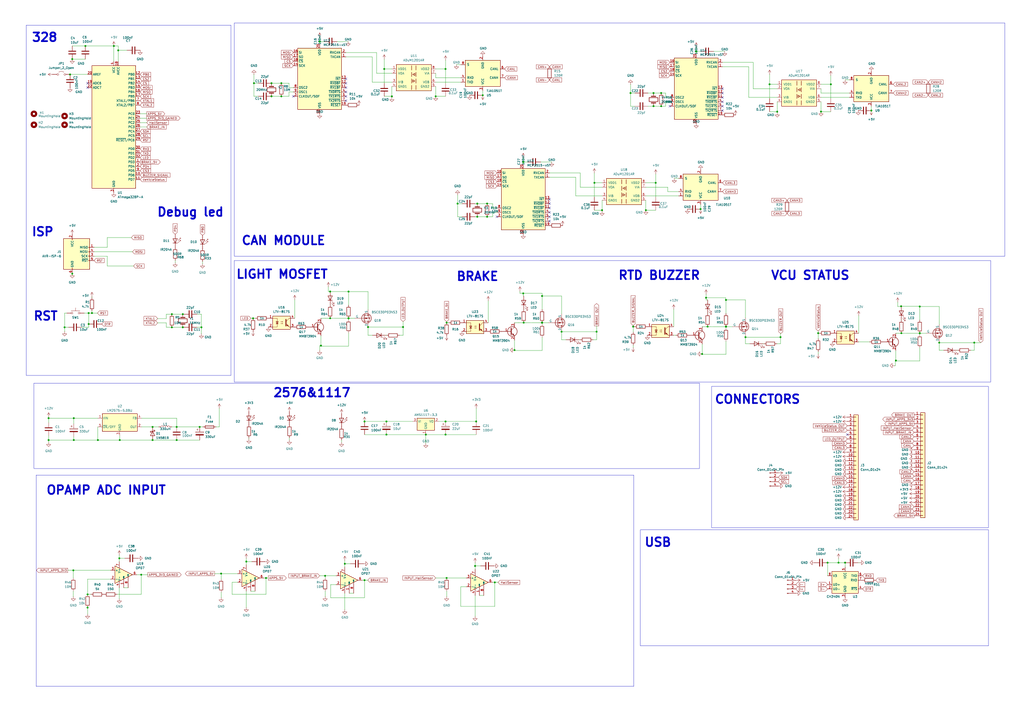
<source format=kicad_sch>
(kicad_sch (version 20250114) (generator "eeschema") (generator_version "9.0")
  (paper "A2")
  (title_block (title "RBR_VCU_V2_VAN"))
  (lib_symbols
    (symbol "Amplifier_Operational:OP07" (pin_names (offset 0.127))
      (property "Reference" "U" (at 1.27 6.35 0))
      (property "Value" "OP07" (at 1.27 3.81 0))
      (symbol "OP07_1_1"
        (pin input line (at -7.62 2.54 0) (length 2.54) (name "+") (number "3"))
        (pin input line (at -7.62 -2.54 0) (length 2.54) (name "-") (number "2"))
        (pin power_in line (at -2.54 7.62 270) (length 3.81) (name "V+") (number "7"))
        (pin power_in line (at -2.54 -7.62 90) (length 3.81) (name "V-") (number "4"))
        (pin no_connect line (at 0 2.54 270) (length 2.54) (hide yes) (name "NC") (number "5"))
        (pin input line (at 0 -7.62 90) (length 5.08) (name "VOS") (number "1"))
        (pin input line (at 2.54 -7.62 90) (length 6.35) (name "VOS") (number "8"))
        (pin output line (at 7.62 0 180) (length 2.54) (name "~") (number "6"))
      )
    )
    (symbol "Connector:AVR-ISP-6" (pin_names (offset 1.016))
      (property "Reference" "J" (at -6.35 11.43 0))
      (property "Value" "AVR-ISP-6" (at 0 11.43 0))
      (symbol "AVR-ISP-6_1_1"
        (pin passive line (at -2.54 12.7 270) (length 2.54) (name "VCC") (number "2"))
        (pin passive line (at -2.54 -10.16 90) (length 2.54) (name "GND") (number "6"))
        (pin passive line (at 10.16 5.08 180) (length 2.54) (name "MISO") (number "1"))
        (pin passive line (at 10.16 2.54 180) (length 2.54) (name "MOSI") (number "4"))
        (pin passive line (at 10.16 0 180) (length 2.54) (name "SCK") (number "3"))
        (pin passive line (at 10.16 -2.54 180) (length 2.54) (name "~{RST}") (number "5"))
      )
    )
    (symbol "Connector:Conn_01x04_Pin" (pin_names (offset 1.016) (hide yes))
      (property "Reference" "J" (at 0 5.08 0))
      (property "Value" "Conn_01x04_Pin" (at 0 -7.62 0))
      (symbol "Conn_01x04_Pin_1_1"
        (pin passive line (at 5.08 2.54 180) (length 3.81) (name "Pin_1") (number "1"))
        (pin passive line (at 5.08 0 180) (length 3.81) (name "Pin_2") (number "2"))
        (pin passive line (at 5.08 -2.54 180) (length 3.81) (name "Pin_3") (number "3"))
        (pin passive line (at 5.08 -5.08 180) (length 3.81) (name "Pin_4") (number "4"))
      )
    )
    (symbol "Connector_Generic:Conn_01x24" (pin_names (offset 1.016) (hide yes))
      (property "Reference" "J" (at 0 30.48 0))
      (property "Value" "Conn_01x24" (at 0 -33.02 0))
      (symbol "Conn_01x24_1_1"
        (pin passive line (at -5.08 27.94 0) (length 3.81) (name "Pin_1") (number "1"))
        (pin passive line (at -5.08 25.4 0) (length 3.81) (name "Pin_2") (number "2"))
        (pin passive line (at -5.08 22.86 0) (length 3.81) (name "Pin_3") (number "3"))
        (pin passive line (at -5.08 20.32 0) (length 3.81) (name "Pin_4") (number "4"))
        (pin passive line (at -5.08 17.78 0) (length 3.81) (name "Pin_5") (number "5"))
        (pin passive line (at -5.08 15.24 0) (length 3.81) (name "Pin_6") (number "6"))
        (pin passive line (at -5.08 12.7 0) (length 3.81) (name "Pin_7") (number "7"))
        (pin passive line (at -5.08 10.16 0) (length 3.81) (name "Pin_8") (number "8"))
        (pin passive line (at -5.08 7.62 0) (length 3.81) (name "Pin_9") (number "9"))
        (pin passive line (at -5.08 5.08 0) (length 3.81) (name "Pin_10") (number "10"))
        (pin passive line (at -5.08 2.54 0) (length 3.81) (name "Pin_11") (number "11"))
        (pin passive line (at -5.08 0 0) (length 3.81) (name "Pin_12") (number "12"))
        (pin passive line (at -5.08 -2.54 0) (length 3.81) (name "Pin_13") (number "13"))
        (pin passive line (at -5.08 -5.08 0) (length 3.81) (name "Pin_14") (number "14"))
        (pin passive line (at -5.08 -7.62 0) (length 3.81) (name "Pin_15") (number "15"))
        (pin passive line (at -5.08 -10.16 0) (length 3.81) (name "Pin_16") (number "16"))
        (pin passive line (at -5.08 -12.7 0) (length 3.81) (name "Pin_17") (number "17"))
        (pin passive line (at -5.08 -15.24 0) (length 3.81) (name "Pin_18") (number "18"))
        (pin passive line (at -5.08 -17.78 0) (length 3.81) (name "Pin_19") (number "19"))
        (pin passive line (at -5.08 -20.32 0) (length 3.81) (name "Pin_20") (number "20"))
        (pin passive line (at -5.08 -22.86 0) (length 3.81) (name "Pin_21") (number "21"))
        (pin passive line (at -5.08 -25.4 0) (length 3.81) (name "Pin_22") (number "22"))
        (pin passive line (at -5.08 -27.94 0) (length 3.81) (name "Pin_23") (number "23"))
        (pin passive line (at -5.08 -30.48 0) (length 3.81) (name "Pin_24") (number "24"))
      )
    )
    (symbol "Device:C" (pin_numbers (hide yes)) (pin_names (offset 0.254))
      (property "Reference" "C" (at 0.635 2.54 0))
      (property "Value" "C" (at 0.635 -2.54 0))
      (symbol "C_1_1"
        (pin passive line (at 0 3.81 270) (length 2.794) (name "~") (number "1"))
        (pin passive line (at 0 -3.81 90) (length 2.794) (name "~") (number "2"))
      )
    )
    (symbol "Device:C_Polarized" (pin_numbers (hide yes)) (pin_names (offset 0.254))
      (property "Reference" "C" (at 0.635 2.54 0))
      (property "Value" "C_Polarized" (at 0.635 -2.54 0))
      (symbol "C_Polarized_1_1"
        (pin passive line (at 0 3.81 270) (length 2.794) (name "~") (number "1"))
        (pin passive line (at 0 -3.81 90) (length 2.794) (name "~") (number "2"))
      )
    )
    (symbol "Device:Crystal" (pin_numbers (hide yes)) (pin_names (offset 1.016) (hide yes))
      (property "Reference" "Y" (at 0 3.81 0))
      (property "Value" "Crystal" (at 0 -3.81 0))
      (symbol "Crystal_1_1"
        (pin passive line (at -3.81 0 0) (length 1.27) (name "1") (number "1"))
        (pin passive line (at 3.81 0 180) (length 1.27) (name "2") (number "2"))
      )
    )
    (symbol "Device:Fuse" (pin_numbers (hide yes)) (pin_names (offset 0))
      (property "Reference" "F" (at 2.032 0 90))
      (property "Value" "Fuse" (at -1.905 0 90))
      (symbol "Fuse_1_1"
        (pin passive line (at 0 3.81 270) (length 1.27) (name "~") (number "1"))
        (pin passive line (at 0 -3.81 90) (length 1.27) (name "~") (number "2"))
      )
    )
    (symbol "Device:L" (pin_numbers (hide yes)) (pin_names (offset 1.016) (hide yes))
      (property "Reference" "L" (at -1.27 0 90))
      (property "Value" "L" (at 1.905 0 90))
      (symbol "L_1_1"
        (pin passive line (at 0 3.81 270) (length 1.27) (name "1") (number "1"))
        (pin passive line (at 0 -3.81 90) (length 1.27) (name "2") (number "2"))
      )
    )
    (symbol "Device:LED" (pin_numbers (hide yes)) (pin_names (offset 1.016) (hide yes))
      (property "Reference" "D" (at 0 2.54 0))
      (property "Value" "LED" (at 0 -2.54 0))
      (symbol "LED_1_1"
        (pin passive line (at -3.81 0 0) (length 2.54) (name "K") (number "1"))
        (pin passive line (at 3.81 0 180) (length 2.54) (name "A") (number "2"))
      )
    )
    (symbol "Device:R" (pin_numbers (hide yes)) (pin_names (offset 0))
      (property "Reference" "R" (at 2.032 0 90))
      (property "Value" "R" (at 0 0 90))
      (symbol "R_1_1"
        (pin passive line (at 0 3.81 270) (length 1.27) (name "~") (number "1"))
        (pin passive line (at 0 -3.81 90) (length 1.27) (name "~") (number "2"))
      )
    )
    (symbol "Diode:1N5819" (pin_numbers (hide yes)) (pin_names (offset 1.016) (hide yes))
      (property "Reference" "D" (at 0 2.54 0))
      (property "Value" "1N5819" (at 0 -2.54 0))
      (symbol "1N5819_1_1"
        (pin passive line (at -3.81 0 0) (length 2.54) (name "K") (number "1"))
        (pin passive line (at 3.81 0 180) (length 2.54) (name "A") (number "2"))
      )
    )
    (symbol "Interface_CAN_LIN:MCP2515-xST"
      (property "Reference" "U" (at -10.16 19.685 0))
      (property "Value" "MCP2515-xST" (at 19.05 20.32 0))
      (symbol "MCP2515-xST_1_1"
        (pin input line (at -15.24 15.24 0) (length 2.54) (name "SI") (number "16"))
        (pin output line (at -15.24 12.7 0) (length 2.54) (name "SO") (number "17"))
        (pin input line (at -15.24 10.16 0) (length 2.54) (name "~{CS}") (number "18"))
        (pin input line (at -15.24 7.62 0) (length 2.54) (name "SCK") (number "14"))
        (pin output line (at -15.24 -5.08 0) (length 2.54) (name "OSC2") (number "8"))
        (pin input line (at -15.24 -7.62 0) (length 2.54) (name "OSC1") (number "9"))
        (pin output line (at -15.24 -10.16 0) (length 2.54) (name "CLKOUT/SOF") (number "3"))
        (pin no_connect line (at -12.7 0 0) (length 2.54) (hide yes) (name "NC") (number "6"))
        (pin no_connect line (at -12.7 -2.54 0) (length 2.54) (hide yes) (name "NC") (number "15"))
        (pin power_in line (at 0 20.32 270) (length 2.54) (name "VDD") (number "20"))
        (pin power_in line (at 0 -20.32 90) (length 2.54) (name "VSS") (number "10"))
        (pin input line (at 15.24 15.24 180) (length 2.54) (name "RXCAN") (number "2"))
        (pin output line (at 15.24 12.7 180) (length 2.54) (name "TXCAN") (number "1"))
        (pin output line (at 15.24 0 180) (length 2.54) (name "~{INT}") (number "13"))
        (pin output line (at 15.24 -2.54 180) (length 2.54) (name "~{RX0BF}") (number "12"))
        (pin output line (at 15.24 -5.08 180) (length 2.54) (name "~{RX1BF}") (number "11"))
        (pin input line (at 15.24 -7.62 180) (length 2.54) (name "~{TX0RTS}") (number "4"))
        (pin input line (at 15.24 -10.16 180) (length 2.54) (name "~{TX1RTS}") (number "5"))
        (pin input line (at 15.24 -12.7 180) (length 2.54) (name "~{TX2RTS}") (number "7"))
        (pin input line (at 15.24 -15.24 180) (length 2.54) (name "~{RESET}") (number "19"))
      )
    )
    (symbol "Interface_CAN_LIN:TJA1051T" (pin_names (offset 1.016))
      (property "Reference" "U" (at -10.16 8.89 0))
      (property "Value" "TJA1051T" (at 1.27 8.89 0))
      (symbol "TJA1051T_1_1"
        (pin input line (at -12.7 5.08 0) (length 2.54) (name "TXD") (number "1"))
        (pin output line (at -12.7 2.54 0) (length 2.54) (name "RXD") (number "4"))
        (pin input line (at -12.7 -5.08 0) (length 2.54) (name "S") (number "8"))
        (pin no_connect line (at -10.16 -2.54 0) (length 2.54) (hide yes) (name "NC") (number "5"))
        (pin power_in line (at 0 10.16 270) (length 2.54) (name "VCC") (number "3"))
        (pin power_in line (at 0 -10.16 90) (length 2.54) (name "GND") (number "2"))
        (pin bidirectional line (at 12.7 2.54 180) (length 2.54) (name "CANH") (number "7"))
        (pin bidirectional line (at 12.7 -2.54 180) (length 2.54) (name "CANL") (number "6"))
      )
    )
    (symbol "Interface_USB:CH340N"
      (property "Reference" "U" (at -7.62 6.35 0))
      (property "Value" "CH340N" (at 7.62 6.35 0))
      (symbol "CH340N_1_1"
        (pin passive line (at -10.16 2.54 0) (length 2.54) (name "V3") (number "8"))
        (pin bidirectional line (at -10.16 -2.54 0) (length 2.54) (name "UD+") (number "1"))
        (pin bidirectional line (at -10.16 -5.08 0) (length 2.54) (name "UD-") (number "2"))
        (pin power_in line (at 0 7.62 270) (length 2.54) (name "VCC") (number "5"))
        (pin power_in line (at 0 -10.16 90) (length 2.54) (name "GND") (number "3"))
        (pin output line (at 10.16 2.54 180) (length 2.54) (name "TXD") (number "6"))
        (pin input line (at 10.16 0 180) (length 2.54) (name "RXD") (number "7"))
        (pin output line (at 10.16 -5.08 180) (length 2.54) (name "~{RTS}") (number "4"))
      )
    )
    (symbol "Isolator:ADuM1201AR" (pin_names (offset 1.016))
      (property "Reference" "U" (at -10.16 8.89 0))
      (property "Value" "ADuM1201AR" (at -2.032 8.89 0))
      (symbol "ADuM1201AR_1_1"
        (pin power_in line (at -12.7 5.08 0) (length 2.54) (name "VDD1") (number "1"))
        (pin output line (at -12.7 2.54 0) (length 2.54) (name "VOA") (number "2"))
        (pin input line (at -12.7 -2.54 0) (length 2.54) (name "VIB") (number "3"))
        (pin power_in line (at -12.7 -5.08 0) (length 2.54) (name "GND1") (number "4"))
        (pin power_in line (at 12.7 5.08 180) (length 2.54) (name "VDD2") (number "8"))
        (pin input line (at 12.7 2.54 180) (length 2.54) (name "VIA") (number "7"))
        (pin output line (at 12.7 -2.54 180) (length 2.54) (name "VOB") (number "6"))
        (pin power_in line (at 12.7 -5.08 180) (length 2.54) (name "GND2") (number "5"))
      )
    )
    (symbol "Isolator:LTV-817S" (pin_names (offset 1.016))
      (property "Reference" "U" (at -3.81 5.08 0))
      (property "Value" "LTV-817S" (at 0 -5.08 0))
      (symbol "LTV-817S_1_1"
        (pin passive line (at -7.62 2.54 0) (length 2.54) (name "~") (number "1"))
        (pin passive line (at -7.62 -2.54 0) (length 2.54) (name "~") (number "2"))
        (pin passive line (at 7.62 2.54 180) (length 2.54) (name "~") (number "4"))
        (pin passive line (at 7.62 -2.54 180) (length 2.54) (name "~") (number "3"))
      )
    )
    (symbol "Jumper:Jumper_2_Open" (pin_numbers (hide yes)) (pin_names (offset 0) (hide yes))
      (property "Reference" "JP" (at 0 2.794 0))
      (property "Value" "Jumper_2_Open" (at 0 -2.286 0))
      (symbol "Jumper_2_Open_1_1"
        (pin passive line (at -5.08 0 0) (length 2.54) (name "A") (number "1"))
        (pin passive line (at 5.08 0 180) (length 2.54) (name "B") (number "2"))
      )
    )
    (symbol "LED:IR204A" (pin_numbers (hide yes)) (pin_names (offset 1.016) (hide yes))
      (property "Reference" "D" (at 0.508 1.778 0))
      (property "Value" "IR204A" (at -1.016 -2.794 0))
      (symbol "IR204A_1_1"
        (pin passive line (at -5.08 0 0) (length 2.54) (name "K") (number "1"))
        (pin passive line (at 2.54 0 180) (length 2.54) (name "A") (number "2"))
      )
    )
    (symbol "MCU_Microchip_ATmega:ATmega328P-A"
      (property "Reference" "U" (at -12.7 36.83 0))
      (property "Value" "ATmega328P-A" (at 2.54 -36.83 0))
      (symbol "ATmega328P-A_1_1"
        (pin passive line (at -15.24 30.48 0) (length 2.54) (name "AREF") (number "20"))
        (pin input line (at -15.24 25.4 0) (length 2.54) (name "ADC6") (number "19"))
        (pin input line (at -15.24 22.86 0) (length 2.54) (name "ADC7") (number "22"))
        (pin power_in line (at 0 38.1 270) (length 2.54) (name "VCC") (number "4"))
        (pin passive line (at 0 38.1 270) (length 2.54) (hide yes) (name "VCC") (number "6"))
        (pin passive line (at 0 -38.1 90) (length 2.54) (hide yes) (name "GND") (number "21"))
        (pin power_in line (at 0 -38.1 90) (length 2.54) (name "GND") (number "3"))
        (pin passive line (at 0 -38.1 90) (length 2.54) (hide yes) (name "GND") (number "5"))
        (pin power_in line (at 2.54 38.1 270) (length 2.54) (name "AVCC") (number "18"))
        (pin bidirectional line (at 15.24 30.48 180) (length 2.54) (name "PB0") (number "12"))
        (pin bidirectional line (at 15.24 27.94 180) (length 2.54) (name "PB1") (number "13"))
        (pin bidirectional line (at 15.24 25.4 180) (length 2.54) (name "PB2") (number "14"))
        (pin bidirectional line (at 15.24 22.86 180) (length 2.54) (name "PB3") (number "15"))
        (pin bidirectional line (at 15.24 20.32 180) (length 2.54) (name "PB4") (number "16"))
        (pin bidirectional line (at 15.24 17.78 180) (length 2.54) (name "PB5") (number "17"))
        (pin bidirectional line (at 15.24 15.24 180) (length 2.54) (name "XTAL1/PB6") (number "7"))
        (pin bidirectional line (at 15.24 12.7 180) (length 2.54) (name "XTAL2/PB7") (number "8"))
        (pin bidirectional line (at 15.24 7.62 180) (length 2.54) (name "PC0") (number "23"))
        (pin bidirectional line (at 15.24 5.08 180) (length 2.54) (name "PC1") (number "24"))
        (pin bidirectional line (at 15.24 2.54 180) (length 2.54) (name "PC2") (number "25"))
        (pin bidirectional line (at 15.24 0 180) (length 2.54) (name "PC3") (number "26"))
        (pin bidirectional line (at 15.24 -2.54 180) (length 2.54) (name "PC4") (number "27"))
        (pin bidirectional line (at 15.24 -5.08 180) (length 2.54) (name "PC5") (number "28"))
        (pin bidirectional line (at 15.24 -7.62 180) (length 2.54) (name "~{RESET}/PC6") (number "29"))
        (pin bidirectional line (at 15.24 -12.7 180) (length 2.54) (name "PD0") (number "30"))
        (pin bidirectional line (at 15.24 -15.24 180) (length 2.54) (name "PD1") (number "31"))
        (pin bidirectional line (at 15.24 -17.78 180) (length 2.54) (name "PD2") (number "32"))
        (pin bidirectional line (at 15.24 -20.32 180) (length 2.54) (name "PD3") (number "1"))
        (pin bidirectional line (at 15.24 -22.86 180) (length 2.54) (name "PD4") (number "2"))
        (pin bidirectional line (at 15.24 -25.4 180) (length 2.54) (name "PD5") (number "9"))
        (pin bidirectional line (at 15.24 -27.94 180) (length 2.54) (name "PD6") (number "10"))
        (pin bidirectional line (at 15.24 -30.48 180) (length 2.54) (name "PD7") (number "11"))
      )
    )
    (symbol "Mechanical:MountingHole" (pin_names (offset 1.016)) (exclude_from_sim yes) (in_bom no)
      (property "Reference" "H" (at 0 5.08 0))
      (property "Value" "MountingHole" (at 0 3.175 0))
    )
    (symbol "RMC:PMOS_tdson-8" (pin_numbers (hide yes)) (pin_names (offset 0))
      (property "Reference" "Q18" (at 5.334 1.27 0))
      (property "Value" "PMOS_tdson-8" (at 5.334 -1.27 0))
      (symbol "PMOS_tdson-8_1_1"
        (pin input line (at -5.08 0 0) (length 2.54) (name "G") (number "4"))
        (pin passive line (at 2.54 5.08 270) (length 2.54) (name "D") (number "5"))
        (pin passive line (at 2.54 5.08 270) (length 2.54) (hide yes) (name "D") (number "6"))
        (pin passive line (at 2.54 5.08 270) (length 2.54) (hide yes) (name "D") (number "7"))
        (pin passive line (at 2.54 5.08 270) (length 2.54) (hide yes) (name "D") (number "8"))
        (pin passive line (at 2.54 -5.08 90) (length 2.54) (name "S") (number "1"))
        (pin passive line (at 2.54 -5.08 90) (length 2.54) (hide yes) (name "S") (number "2"))
        (pin passive line (at 2.54 -5.08 90) (length 2.54) (hide yes) (name "S") (number "3"))
      )
    )
    (symbol "Regulator_Linear:AMS1117-3.3"
      (property "Reference" "U" (at -3.81 3.175 0))
      (property "Value" "AMS1117-3.3" (at 0 3.175 0))
      (symbol "AMS1117-3.3_1_1"
        (pin power_in line (at -7.62 0 0) (length 2.54) (name "VI") (number "3"))
        (pin power_in line (at 0 -7.62 90) (length 2.54) (name "GND") (number "1"))
        (pin power_out line (at 7.62 0 180) (length 2.54) (name "VO") (number "2"))
      )
    )
    (symbol "Regulator_Switching:LM2575-5.0BU" (pin_names (offset 0.254))
      (property "Reference" "U" (at -10.16 6.35 0))
      (property "Value" "LM2575-5.0BU" (at 0 6.35 0))
      (symbol "LM2575-5.0BU_1_1"
        (pin power_in line (at -12.7 2.54 0) (length 2.54) (name "VIN") (number "1"))
        (pin input line (at -12.7 -2.54 0) (length 2.54) (name "~{ON}/OFF") (number "5"))
        (pin power_in line (at 0 -7.62 90) (length 2.54) (name "GND") (number "3"))
        (pin input line (at 12.7 2.54 180) (length 2.54) (name "FB") (number "4"))
        (pin output line (at 12.7 -2.54 180) (length 2.54) (name "OUT") (number "2"))
      )
    )
    (symbol "Switch:SW_Push" (pin_numbers (hide yes)) (pin_names (offset 1.016) (hide yes))
      (property "Reference" "SW" (at 1.27 2.54 0))
      (property "Value" "SW_Push" (at 0 -1.524 0))
      (symbol "SW_Push_0_1"
        (pin passive line (at -5.08 0 0) (length 2.54) (name "1") (number "1"))
        (pin passive line (at 5.08 0 180) (length 2.54) (name "2") (number "2"))
      )
    )
    (symbol "Transistor_BJT:MMBT3904" (pin_names (offset 0) (hide yes))
      (property "Reference" "Q" (at 5.08 1.905 0))
      (property "Value" "MMBT3904" (at 5.08 0 0))
      (symbol "MMBT3904_1_1"
        (pin input line (at -5.08 0 0) (length 5.715) (name "B") (number "1"))
        (pin passive line (at 2.54 5.08 270) (length 2.54) (name "C") (number "3"))
        (pin passive line (at 2.54 -5.08 90) (length 2.54) (name "E") (number "2"))
      )
    )
    (symbol "power:+12V" (power) (pin_numbers (hide yes)) (pin_names (offset 0) (hide yes))
      (property "Value" "+12V" (at 0 3.556 0))
      (symbol "+12V_1_1"
        (pin power_in line (at 0 0 90) (length 0) (name "~") (number "1"))
      )
    )
    (symbol "power:+3V3" (power) (pin_numbers (hide yes)) (pin_names (offset 0) (hide yes))
      (property "Value" "+3V3" (at 0 3.556 0))
      (symbol "+3V3_1_1"
        (pin power_in line (at 0 0 90) (length 0) (name "~") (number "1"))
      )
    )
    (symbol "power:+5V" (power) (pin_numbers (hide yes)) (pin_names (offset 0) (hide yes))
      (property "Value" "+5V" (at 0 3.556 0))
      (symbol "+5V_1_1"
        (pin power_in line (at 0 0 90) (length 0) (name "~") (number "1"))
      )
    )
    (symbol "power:GND" (power) (pin_numbers (hide yes)) (pin_names (offset 0) (hide yes))
      (property "Value" "GND" (at 0 -3.81 0))
      (symbol "GND_1_1"
        (pin power_in line (at 0 0 270) (length 0) (name "~") (number "1"))
      )
    )
  )
  (rectangle (start 19.685 222.25) (end 405.765 271.78))
  (rectangle (start 412.75 224.155) (end 573.405 306.07))
  (rectangle (start 135.89 151.13) (end 574.675 221.615))
  (rectangle (start 15.24 14.605) (end 133.985 217.805))
  (rectangle (start 20.955 275.59) (end 367.665 398.145))
  (rectangle (start 135.89 13.335) (end 582.93 148.59))
  (text "RST" (at 19.05 183.515 0) (effects (font (size 5 5) (thickness 1) (bold yes)) (justify left)))
  (text "CONNECTORS" (at 439.42 231.775 0) (effects (font (size 5 5) (thickness 1) (bold yes))))
  (text "OPAMP ADC INPUT" (at 61.595 284.48 0) (effects (font (size 5 5) (thickness 1) (bold yes))))
  (text "RTD BUZZER\n" (at 382.397 159.8676 0) (effects (font (size 5 5) (thickness 1) (bold yes))))
  (text "ISP" (at 24.765 134.62 0) (effects (font (size 5 5) (thickness 1) (bold yes))))
  (text "Debug led\n" (at 110.49 123.19 0) (effects (font (size 5 5) (thickness 1) (bold yes))))
  (text "2576&1117" (at 180.975 227.965 0) (effects (font (size 5 5) (thickness 1) (bold yes))))
  (text "VCU STATUS\n" (at 470.027 159.8676 0) (effects (font (size 5 5) (thickness 1) (bold yes))))
  (text "LIGHT MOSFET\n" (at 136.652 159.2326 0) (effects (font (size 5 5) (thickness 1) (bold yes)) (justify left)))
  (text "CAN MODULE\n" (at 164.465 139.7 0) (effects (font (size 5 5) (thickness 1) (bold yes))))
  (text "USB" (at 381.635 311.785 0) (effects (font (size 5 5) (thickness 1) (bold yes)) (justify top)))
  (text "BRAKE" (at 276.987 160.5026 0) (effects (font (size 5 5) (thickness 1) (bold yes))))
  (text "328" (at 25.908 21.844 0) (effects (font (size 5 5) (thickness 1) (bold yes))))
  (text_box "" (at 371.475 307.34 0) (size 201.93 67.31) (margins 0.9525 0.9525 0.9525 0.9525) (effects (font (size 1.27 1.27)) (justify left top)))
  (junction (at 224.155 244.475))
  (junction (at 202.184 169.1386))
  (junction (at 202.184 184.6326))
  (junction (at 533.527 177.8))
  (junction (at 186.182 200.5076))
  (junction (at 227.33 55.88))
  (junction (at 41.91 158.75))
  (junction (at 213.487 189.7126))
  (junction (at 287.02 337.82))
  (junction (at 505.46 64.135))
  (junction (at 325.755 192.405))
  (junction (at 163.195 48.26))
  (junction (at 154.305 335.28))
  (junction (at 533.527 193.294))
  (junction (at 191.516 184.6072))
  (junction (at 452.755 195.58))
  (junction (at 116.84 189.865))
  (junction (at 56.769 255.27))
  (junction (at 303.784 187.1726))
  (junction (at 28.194 242.57))
  (junction (at 42.799 255.27))
  (junction (at 481.965 48.895))
  (junction (at 191.516 169.1132))
  (junction (at 276.86 125.73))
  (junction (at 102.489 247.65))
  (junction (at 265.43 118.11))
  (junction (at 407.289 205.3336))
  (junction (at 51.435 187.96))
  (junction (at 211.455 244.475))
  (junction (at 367.284 189.4586))
  (junction (at 258.445 40.005))
  (junction (at 99.695 182.245))
  (junction (at 102.489 255.27))
  (junction (at 365.76 53.975))
  (junction (at 146.812 184.6326))
  (junction (at 303.53 170.18))
  (junction (at 42.545 330.835))
  (junction (at 247.015 252.095))
  (junction (at 147.32 48.26))
  (junction (at 409.575 172.72))
  (junction (at 142.875 325.755))
  (junction (at 99.695 189.865))
  (junction (at 50.8 344.805))
  (junction (at 314.452 187.198))
  (junction (at 544.83 198.755))
  (junction (at 115.824 247.65))
  (junction (at 344.805 106.045))
  (junction (at 403.86 29.845))
  (junction (at 259.08 187.198))
  (junction (at 346.075 192.405))
  (junction (at 565.15 198.755))
  (junction (at 37.465 189.865))
  (junction (at 383.54 61.595))
  (junction (at 128.27 332.74))
  (junction (at 383.54 53.975))
  (junction (at 421.132 173.99))
  (junction (at 314.452 187.1726))
  (junction (at 49.53 26.67))
  (junction (at 53.34 181.61))
  (junction (at 446.405 48.895))
  (junction (at 41.91 34.29))
  (junction (at 88.519 255.27))
  (junction (at 68.58 29.21))
  (junction (at 519.684 209.1436))
  (junction (at 202.184 184.6072))
  (junction (at 69.215 323.85))
  (junction (at 282.575 125.73))
  (junction (at 157.48 48.26))
  (junction (at 275.59 328.295))
  (junction (at 474.599 193.2686))
  (junction (at 224.155 252.095))
  (junction (at 200.025 327.025))
  (junction (at 480.06 326.39))
  (junction (at 476.25 64.77))
  (junction (at 380.365 106.045))
  (junction (at 533.527 193.2686))
  (junction (at 258.445 244.475))
  (junction (at 406.4 121.285))
  (junction (at 50.8 352.425))
  (junction (at 410.464 189.4586))
  (junction (at 282.575 118.11))
  (junction (at 379.095 61.595))
  (junction (at 88.519 247.65))
  (junction (at 276.225 244.475))
  (junction (at 522.732 177.6476))
  (junction (at 185.42 24.13))
  (junction (at 233.807 189.7126))
  (junction (at 222.885 40.005))
  (junction (at 303.53 93.98))
  (junction (at 163.195 55.88))
  (junction (at 66.04 26.67))
  (junction (at 188.595 334.01))
  (junction (at 314.452 171.704))
  (junction (at 211.455 336.55))
  (junction (at 490.22 326.39))
  (junction (at 69.469 255.27))
  (junction (at 349.25 121.92))
  (junction (at 432.435 195.58))
  (junction (at 106.045 189.865))
  (junction (at 421.132 189.4586))
  (junction (at 157.48 55.88))
  (junction (at 259.08 335.28))
  (junction (at 298.45 203.073))
  (junction (at 486.41 326.39))
  (junction (at 450.85 64.77))
  (junction (at 28.194 255.27))
  (junction (at 42.799 242.57))
  (junction (at 81.915 333.375))
  (junction (at 258.445 252.095))
  (junction (at 51.435 181.61))
  (junction (at 379.095 53.975))
  (junction (at 252.73 55.88))
  (junction (at 374.65 121.92))
  (junction (at 106.045 182.245))
  (junction (at 421.132 189.484))
  (junction (at 280.035 55.245))
  (junction (at 276.86 118.11))
  (junction (at 522.859 193.2686))
  (junction (at 40.64 43.18))
  (no_connect (at 318.77 115.57))
  (no_connect (at 200.66 48.26))
  (no_connect (at 318.77 128.27))
  (no_connect (at 288.29 125.73))
  (no_connect (at 419.1 51.435))
  (no_connect (at 388.62 61.595))
  (no_connect (at 318.77 125.73))
  (no_connect (at 419.1 61.595))
  (no_connect (at 170.18 55.88))
  (no_connect (at 200.66 55.88))
  (no_connect (at 200.66 50.8))
  (no_connect (at 318.77 123.19))
  (no_connect (at 200.66 58.42))
  (no_connect (at 50.8 48.26))
  (no_connect (at 318.77 118.11))
  (no_connect (at 50.8 50.8))
  (no_connect (at 491.49 252.095))
  (no_connect (at 318.77 120.65))
  (no_connect (at 419.1 53.975))
  (no_connect (at 200.66 45.72))
  (no_connect (at 419.1 59.055))
  (no_connect (at 200.66 53.34))
  (no_connect (at 419.1 56.515))
  (no_connect (at 419.1 64.135))
  (wire (pts (xy 42.799 242.57) (xy 56.769 242.57)))
  (wire (pts (xy 280.035 55.245) (xy 280.035 52.705)))
  (wire (pts (xy 69.215 340.995) (xy 69.215 347.345)))
  (wire (pts (xy 167.894 254) (xy 167.894 255.27)))
  (wire (pts (xy 522.732 177.6476) (xy 522.732 177.7746)))
  (wire (pts (xy 476.25 64.77) (xy 481.965 64.77)))
  (wire (pts (xy 380.365 100.965) (xy 380.365 106.045)))
  (wire (pts (xy 233.807 194.5386) (xy 231.775 194.5386)))
  (wire (pts (xy 37.465 181.61) (xy 37.465 189.865)))
  (wire (pts (xy 267.335 45.085) (xy 252.73 45.085)))
  (wire (pts (xy 224.155 244.475) (xy 239.395 244.475)))
  (wire (pts (xy 303.53 170.18) (xy 303.53 171.6786)))
  (wire (pts (xy 211.455 346.71) (xy 191.77 346.71)))
  (wire (pts (xy 259.08 342.9) (xy 259.08 346.075)))
  (wire (pts (xy 432.435 199.39) (xy 432.435 195.58)))
  (wire (pts (xy 533.527 177.6476) (xy 533.527 177.8)))
  (wire (pts (xy 282.575 118.11) (xy 285.75 118.11)))
  (wire (pts (xy 154.305 335.28) (xy 154.305 344.805)))
  (wire (pts (xy 128.27 343.535) (xy 128.27 346.71)))
  (wire (pts (xy 300.99 187.1726) (xy 303.784 187.1726)))
  (wire (pts (xy 375.92 61.595) (xy 379.095 61.595)))
  (wire (pts (xy 544.83 198.755) (xy 565.15 198.755)))
  (wire (pts (xy 344.805 100.33) (xy 344.805 106.045)))
  (wire (pts (xy 446.405 48.895) (xy 450.85 48.895)))
  (wire (pts (xy 96.52 189.865) (xy 96.52 187.325)))
  (wire (pts (xy 170.942 173.8376) (xy 170.942 184.6326)))
  (wire (pts (xy 259.08 187.198) (xy 260.35 187.198)))
  (wire (pts (xy 446.405 43.18) (xy 446.405 48.895)))
  (wire (pts (xy 222.885 40.005) (xy 227.33 40.005)))
  (wire (pts (xy 49.53 26.67) (xy 66.04 26.67)))
  (wire (pts (xy 432.435 195.58) (xy 452.755 195.58)))
  (wire (pts (xy 188.595 334.01) (xy 188.595 335.28)))
  (wire (pts (xy 147.32 55.88) (xy 147.32 48.26)))
  (wire (pts (xy 380.365 106.045) (xy 374.65 106.045)))
  (wire (pts (xy 28.194 255.27) (xy 42.799 255.27)))
  (wire (pts (xy 424.815 189.484) (xy 421.132 189.484)))
  (wire (pts (xy 99.695 182.245) (xy 106.045 182.245)))
  (wire (pts (xy 476.25 56.515) (xy 492.76 56.515)))
  (wire (pts (xy 254.635 244.475) (xy 258.445 244.475)))
  (wire (pts (xy 69.215 321.945) (xy 69.215 323.85)))
  (wire (pts (xy 522.732 177.7746) (xy 522.859 177.7746)))
  (wire (pts (xy 421.132 197.9676) (xy 421.132 205.5876)))
  (wire (pts (xy 50.8 344.805) (xy 52.705 344.805)))
  (wire (pts (xy 314.452 170.18) (xy 314.452 171.704)))
  (wire (pts (xy 211.455 252.095) (xy 224.155 252.095)))
  (wire (pts (xy 533.527 193.2686) (xy 533.527 193.294)))
  (wire (pts (xy 490.22 46.355) (xy 492.76 46.355)))
  (wire (pts (xy 215.9 33.02) (xy 215.9 47.625)))
  (wire (pts (xy 185.42 203.2) (xy 185.42 200.5076)))
  (wire (pts (xy 344.805 114.3) (xy 344.805 106.045)))
  (wire (pts (xy 275.59 328.295) (xy 275.59 330.2)))
  (wire (pts (xy 409.575 172.72) (xy 421.005 172.72)))
  (wire (pts (xy 367.284 189.4586) (xy 367.919 189.4586)))
  (wire (pts (xy 41.91 26.67) (xy 49.53 26.67)))
  (wire (pts (xy 298.45 203.073) (xy 298.45 203.327)))
  (wire (pts (xy 452.755 199.39) (xy 450.723 199.39)))
  (wire (pts (xy 522.859 185.3946) (xy 522.859 185.6486)))
  (wire (pts (xy 223.647 194.5386) (xy 224.155 194.5386)))
  (wire (pts (xy 227.33 42.545) (xy 218.44 42.545)))
  (wire (pts (xy 147.32 55.88) (xy 149.86 55.88)))
  (wire (pts (xy 188.595 334.01) (xy 194.945 334.01)))
  (wire (pts (xy 99.695 189.865) (xy 106.045 189.865)))
  (wire (pts (xy 42.799 255.27) (xy 56.769 255.27)))
  (wire (pts (xy 276.225 236.855) (xy 276.225 244.475)))
  (wire (pts (xy 434.34 56.515) (xy 450.85 56.515)))
  (wire (pts (xy 186.182 194.7926) (xy 186.182 200.5076)))
  (wire (pts (xy 452.882 193.5226) (xy 452.755 193.5226)))
  (wire (pts (xy 474.599 191.9986) (xy 474.599 193.2686)))
  (wire (pts (xy 450.85 59.055) (xy 450.85 64.77)))
  (wire (pts (xy 96.52 189.865) (xy 99.695 189.865)))
  (wire (pts (xy 265.43 113.03) (xy 265.43 118.11)))
  (wire (pts (xy 259.08 335.28) (xy 270.51 335.28)))
  (wire (pts (xy 42.799 242.57) (xy 42.799 245.745)))
  (wire (pts (xy 497.84 326.39) (xy 498.475 326.39)))
  (wire (pts (xy 73.66 29.21) (xy 68.58 29.21)))
  (wire (pts (xy 380.365 106.045) (xy 380.365 114.3)))
  (wire (pts (xy 153.035 335.28) (xy 154.305 335.28)))
  (wire (pts (xy 452.755 193.5226) (xy 452.755 195.58)))
  (wire (pts (xy 69.215 323.85) (xy 72.39 323.85)))
  (wire (pts (xy 227.33 56.515) (xy 227.33 55.88)))
  (wire (pts (xy 334.01 102.87) (xy 318.77 102.87)))
  (wire (pts (xy 202.184 169.1386) (xy 202.184 176.9872)))
  (wire (pts (xy 390.779 194.5386) (xy 392.049 194.5386)))
  (wire (pts (xy 490.22 326.39) (xy 490.22 328.93)))
  (wire (pts (xy 407.289 199.6186) (xy 407.289 205.3336)))
  (wire (pts (xy 62.23 137.795) (xy 62.23 143.51)))
  (wire (pts (xy 194.945 339.09) (xy 191.77 339.09)))
  (wire (pts (xy 442.595 199.39) (xy 443.103 199.39)))
  (wire (pts (xy 344.805 106.045) (xy 349.25 106.045)))
  (wire (pts (xy 190.5 166.37) (xy 190.5 169.1132)))
  (wire (pts (xy 265.43 125.73) (xy 267.97 125.73)))
  (wire (pts (xy 211.455 336.55) (xy 211.455 346.71)))
  (wire (pts (xy 116.84 182.245) (xy 116.84 189.865)))
  (wire (pts (xy 200.025 327.025) (xy 200.025 328.93)))
  (wire (pts (xy 116.84 182.245) (xy 114.3 182.245)))
  (wire (pts (xy 336.55 100.33) (xy 336.55 108.585)))
  (wire (pts (xy 258.445 40.005) (xy 252.73 40.005)))
  (wire (pts (xy 379.095 53.975) (xy 383.54 53.975)))
  (wire (pts (xy 285.75 337.82) (xy 287.02 337.82)))
  (wire (pts (xy 258.445 40.005) (xy 258.445 48.26)))
  (wire (pts (xy 81.915 333.375) (xy 79.375 333.375)))
  (wire (pts (xy 432.435 195.58) (xy 432.435 194.564)))
  (wire (pts (xy 275.59 328.295) (xy 278.765 328.295)))
  (wire (pts (xy 227.33 50.165) (xy 227.33 55.88)))
  (wire (pts (xy 142.875 323.85) (xy 142.875 325.755)))
  (wire (pts (xy 335.915 197.104) (xy 336.423 197.104)))
  (wire (pts (xy 368.3 53.975) (xy 365.76 53.975)))
  (wire (pts (xy 198.12 255.27) (xy 198.12 256.54)))
  (wire (pts (xy 533.527 201.7776) (xy 533.527 209.3976)))
  (wire (pts (xy 498.094 198.3486) (xy 504.444 198.3486)))
  (wire (pts (xy 145.415 342.9) (xy 147.955 342.9)))
  (wire (pts (xy 522.859 193.2686) (xy 533.4 193.294)))
  (wire (pts (xy 285.75 120.65) (xy 285.75 118.11)))
  (wire (pts (xy 390.779 179.2986) (xy 390.779 189.4586)))
  (wire (pts (xy 28.194 242.57) (xy 28.194 245.11)))
  (wire (pts (xy 42.799 253.365) (xy 42.799 255.27)))
  (wire (pts (xy 186.182 200.7616) (xy 202.184 200.7616)))
  (wire (pts (xy 520.7 177.8) (xy 522.605 177.8)))
  (wire (pts (xy 407.289 189.4586) (xy 410.464 189.4586)))
  (wire (pts (xy 365.76 61.595) (xy 365.76 53.975)))
  (wire (pts (xy 518.795 212.09) (xy 519.43 212.09)))
  (wire (pts (xy 410.464 181.5846) (xy 410.464 181.8386)))
  (wire (pts (xy 186.182 200.5076) (xy 186.182 200.7616)))
  (wire (pts (xy 142.875 342.9) (xy 142.875 352.425)))
  (wire (pts (xy 314.452 171.704) (xy 314.452 179.5526)))
  (wire (pts (xy 81.28 66.04) (xy 85.09 66.04)))
  (wire (pts (xy 66.04 26.67) (xy 68.58 26.67)))
  (wire (pts (xy 202.057 184.6326) (xy 202.184 184.6072)))
  (wire (pts (xy 170.18 53.34) (xy 167.64 53.34)))
  (wire (pts (xy 116.84 193.675) (xy 116.84 189.865)))
  (wire (pts (xy 388.62 59.055) (xy 386.08 59.055)))
  (wire (pts (xy 480.06 326.39) (xy 480.06 334.01)))
  (wire (pts (xy 215.9 33.02) (xy 200.66 33.02)))
  (wire (pts (xy 434.975 199.39) (xy 432.435 199.39)))
  (wire (pts (xy 216.027 194.5386) (xy 213.487 194.5386)))
  (wire (pts (xy 325.755 192.405) (xy 346.075 192.405)))
  (wire (pts (xy 233.807 189.7126) (xy 233.807 194.5386)))
  (wire (pts (xy 436.88 51.435) (xy 436.88 36.195)))
  (wire (pts (xy 519.684 209.1436) (xy 519.684 209.3976)))
  (wire (pts (xy 270.51 340.36) (xy 267.335 340.36)))
  (wire (pts (xy 233.807 186.5376) (xy 233.807 189.7126)))
  (wire (pts (xy 252.73 50.165) (xy 252.73 55.88)))
  (wire (pts (xy 115.824 247.65) (xy 117.729 247.65)))
  (wire (pts (xy 519.684 209.3976) (xy 533.527 209.3976)))
  (wire (pts (xy 325.755 192.405) (xy 325.755 192.278)))
  (wire (pts (xy 96.52 182.245) (xy 99.695 182.245)))
  (wire (pts (xy 410.464 189.4586) (xy 421.005 189.484)))
  (wire (pts (xy 314.452 195.6816) (xy 314.452 203.327)))
  (wire (pts (xy 147.32 43.18) (xy 147.32 48.26)))
  (wire (pts (xy 205.867 184.6326) (xy 202.184 184.6326)))
  (wire (pts (xy 252.73 335.28) (xy 259.08 335.28)))
  (wire (pts (xy 481.965 48.895) (xy 476.25 48.895)))
  (wire (pts (xy 374.65 113.665) (xy 393.7 113.665)))
  (wire (pts (xy 62.23 154.305) (xy 77.47 154.305)))
  (wire (pts (xy 128.27 332.74) (xy 137.795 332.74)))
  (wire (pts (xy 191.516 184.6072) (xy 202.057 184.6326)))
  (wire (pts (xy 533.527 177.8) (xy 533.527 185.6486)))
  (wire (pts (xy 288.29 123.19) (xy 285.75 123.19)))
  (wire (pts (xy 54.61 146.05) (xy 76.835 146.05)))
  (wire (pts (xy 154.305 344.805) (xy 134.62 344.805)))
  (wire (pts (xy 50.8 335.915) (xy 50.8 344.805)))
  (wire (pts (xy 211.455 336.55) (xy 213.36 336.55)))
  (wire (pts (xy 68.58 26.67) (xy 68.58 29.21)))
  (wire (pts (xy 190.5 169.1132) (xy 191.516 169.1132)))
  (wire (pts (xy 314.452 187.198) (xy 314.452 188.0616)))
  (wire (pts (xy 474.599 193.2686) (xy 475.234 193.2686)))
  (wire (pts (xy 283.21 174.498) (xy 283.21 187.198)))
  (wire (pts (xy 62.23 143.51) (xy 54.61 143.51)))
  (wire (pts (xy 474.599 196.4436) (xy 474.599 193.2686)))
  (wire (pts (xy 421.005 173.99) (xy 421.132 173.99)))
  (wire (pts (xy 450.85 64.77) (xy 446.405 64.77)))
  (wire (pts (xy 137.795 337.82) (xy 134.62 337.82)))
  (wire (pts (xy 387.35 108.585) (xy 387.35 111.125)))
  (wire (pts (xy 432.435 184.404) (xy 432.435 173.99)))
  (wire (pts (xy 28.194 252.73) (xy 28.194 255.27)))
  (wire (pts (xy 300.99 187.198) (xy 300.99 187.1726)))
  (wire (pts (xy 544.83 198.755) (xy 544.83 198.374)))
  (wire (pts (xy 124.46 332.74) (xy 128.27 332.74)))
  (wire (pts (xy 303.784 187.1726) (xy 314.325 187.198)))
  (wire (pts (xy 474.599 204.0636) (xy 474.599 205.3336)))
  (wire (pts (xy 142.875 325.755) (xy 142.875 327.66)))
  (wire (pts (xy 519.684 203.4286) (xy 519.684 209.1436)))
  (wire (pts (xy 421.132 173.99) (xy 421.132 181.8386)))
  (wire (pts (xy 202.184 169.1132) (xy 202.184 169.1386)))
  (wire (pts (xy 421.132 189.484) (xy 421.132 190.3476)))
  (wire (pts (xy 519.43 209.1436) (xy 519.684 209.1436)))
  (wire (pts (xy 81.28 68.58) (xy 85.09 68.58)))
  (wire (pts (xy 336.55 100.33) (xy 318.77 100.33)))
  (wire (pts (xy 505.46 64.135) (xy 505.46 61.595)))
  (wire (pts (xy 213.487 194.5386) (xy 213.487 189.7126)))
  (wire (pts (xy 301.625 170.18) (xy 303.53 170.18)))
  (wire (pts (xy 276.86 118.11) (xy 282.575 118.11)))
  (wire (pts (xy 432.435 173.99) (xy 421.132 173.99)))
  (wire (pts (xy 287.02 337.82) (xy 288.925 337.82)))
  (wire (pts (xy 375.92 53.975) (xy 379.095 53.975)))
  (wire (pts (xy 533.527 193.294) (xy 533.527 194.1576)))
  (wire (pts (xy 91.44 184.785) (xy 96.52 184.785)))
  (wire (pts (xy 450.85 51.435) (xy 436.88 51.435)))
  (wire (pts (xy 187.96 24.13) (xy 185.42 24.13)))
  (wire (pts (xy 71.755 340.995) (xy 74.295 340.995)))
  (wire (pts (xy 247.015 252.095) (xy 258.445 252.095)))
  (wire (pts (xy 486.41 326.39) (xy 490.22 326.39)))
  (wire (pts (xy 149.86 48.26) (xy 147.32 48.26)))
  (wire (pts (xy 481.965 48.895) (xy 481.965 57.15)))
  (wire (pts (xy 28.194 256.54) (xy 28.194 255.27)))
  (wire (pts (xy 533.4 193.294) (xy 533.527 193.2686)))
  (wire (pts (xy 42.545 330.835) (xy 42.545 335.28)))
  (wire (pts (xy 452.755 195.58) (xy 452.755 199.39)))
  (wire (pts (xy 41.91 158.75) (xy 41.91 159.385)))
  (wire (pts (xy 148.082 184.6326) (xy 146.812 184.6326)))
  (wire (pts (xy 421.005 189.484) (xy 421.132 189.4586)))
  (wire (pts (xy 202.184 184.6072) (xy 202.184 184.6326)))
  (wire (pts (xy 414.02 29.845) (xy 420.37 29.845)))
  (wire (pts (xy 163.195 55.88) (xy 167.64 55.88)))
  (wire (pts (xy 211.455 244.475) (xy 224.155 244.475)))
  (wire (pts (xy 374.65 116.205) (xy 374.65 121.92)))
  (wire (pts (xy 365.76 61.595) (xy 368.3 61.595)))
  (wire (pts (xy 325.755 197.104) (xy 325.755 192.405)))
  (wire (pts (xy 188.722 184.6072) (xy 191.516 184.6072)))
  (wire (pts (xy 67.945 344.805) (xy 81.915 344.805)))
  (wire (pts (xy 146.812 184.6326) (xy 145.542 184.6326)))
  (wire (pts (xy 565.15 203.2) (xy 563.118 203.2)))
  (wire (pts (xy 544.83 203.2) (xy 544.83 198.755)))
  (wire (pts (xy 301.625 170.18) (xy 301.625 168.91)))
  (wire (pts (xy 50.8 352.425) (xy 50.8 356.235)))
  (wire (pts (xy 167.64 53.34) (xy 167.64 55.88)))
  (wire (pts (xy 421.005 172.72) (xy 421.005 173.99)))
  (wire (pts (xy 275.59 326.39) (xy 275.59 328.295)))
  (wire (pts (xy 436.88 36.195) (xy 419.1 36.195)))
  (wire (pts (xy 210.185 336.55) (xy 211.455 336.55)))
  (wire (pts (xy 69.469 255.27) (xy 69.469 252.73)))
  (wire (pts (xy 520.7 175.26) (xy 520.7 177.8)))
  (wire (pts (xy 403.86 29.845) (xy 403.86 31.115)))
  (wire (pts (xy 267.97 118.11) (xy 265.43 118.11)))
  (wire (pts (xy 28.194 242.57) (xy 42.799 242.57)))
  (wire (pts (xy 218.44 42.545) (xy 218.44 30.48)))
  (wire (pts (xy 117.475 151.765) (xy 117.475 153.035)))
  (wire (pts (xy 303.53 93.98) (xy 303.53 95.25)))
  (wire (pts (xy 127.254 236.855) (xy 127.254 247.65)))
  (wire (pts (xy 185.42 21.59) (xy 185.42 24.13)))
  (wire (pts (xy 128.27 335.915) (xy 128.27 332.74)))
  (wire (pts (xy 349.25 122.555) (xy 349.25 121.92)))
  (wire (pts (xy 325.755 182.118) (xy 325.755 171.704)))
  (wire (pts (xy 522.605 177.8) (xy 522.605 177.6476)))
  (wire (pts (xy 303.53 171.6786) (xy 303.784 171.6786)))
  (wire (pts (xy 56.769 255.27) (xy 69.469 255.27)))
  (wire (pts (xy 325.755 171.704) (xy 314.452 171.704)))
  (wire (pts (xy 186.182 184.6326) (xy 188.722 184.6326)))
  (wire (pts (xy 379.095 61.595) (xy 383.54 61.595)))
  (wire (pts (xy 365.76 48.895) (xy 365.76 53.975)))
  (wire (pts (xy 328.295 197.104) (xy 325.755 197.104)))
  (wire (pts (xy 191.77 339.09) (xy 191.77 346.71)))
  (wire (pts (xy 303.53 170.18) (xy 314.452 170.18)))
  (wire (pts (xy 393.7 111.125) (xy 387.35 111.125)))
  (wire (pts (xy 48.895 181.61) (xy 51.435 181.61)))
  (wire (pts (xy 287.02 337.82) (xy 287.02 351.79)))
  (wire (pts (xy 367.284 188.8236) (xy 367.284 189.4586)))
  (wire (pts (xy 213.487 169.1386) (xy 202.184 169.1386)))
  (wire (pts (xy 92.075 247.65) (xy 88.519 247.65)))
  (wire (pts (xy 163.195 48.26) (xy 167.64 48.26)))
  (wire (pts (xy 275.59 345.44) (xy 275.59 357.505)))
  (wire (pts (xy 195.58 24.13) (xy 201.93 24.13)))
  (wire (pts (xy 42.545 330.835) (xy 64.135 330.835)))
  (wire (pts (xy 314.325 187.198) (xy 314.452 187.1726)))
  (wire (pts (xy 287.02 351.79) (xy 267.335 351.79)))
  (wire (pts (xy 434.34 38.735) (xy 434.34 56.515)))
  (wire (pts (xy 188.595 342.9) (xy 188.595 346.075)))
  (wire (pts (xy 346.075 189.103) (xy 346.075 192.405)))
  (wire (pts (xy 157.48 55.88) (xy 163.195 55.88)))
  (wire (pts (xy 102.489 247.65) (xy 115.824 247.65)))
  (wire (pts (xy 383.54 53.975) (xy 386.08 53.975)))
  (wire (pts (xy 252.73 55.88) (xy 258.445 55.88)))
  (wire (pts (xy 406.4 121.285) (xy 406.4 118.745)))
  (wire (pts (xy 336.55 108.585) (xy 349.25 108.585)))
  (wire (pts (xy 519.684 193.2686) (xy 522.859 193.2686)))
  (wire (pts (xy 298.45 203.327) (xy 314.452 203.327)))
  (wire (pts (xy 537.21 193.294) (xy 533.527 193.294)))
  (wire (pts (xy 265.43 125.73) (xy 265.43 118.11)))
  (wire (pts (xy 275.59 118.11) (xy 276.86 118.11)))
  (wire (pts (xy 82.169 242.57) (xy 102.489 242.57)))
  (wire (pts (xy 554.99 203.2) (xy 555.498 203.2)))
  (wire (pts (xy 533.527 177.8) (xy 544.83 177.8)))
  (wire (pts (xy 62.23 148.59) (xy 54.61 148.59)))
  (wire (pts (xy 62.23 137.795) (xy 76.2 137.795)))
  (wire (pts (xy 96.52 187.325) (xy 91.44 187.325)))
  (wire (pts (xy 213.487 179.5526) (xy 213.487 169.1386)))
  (wire (pts (xy 252.73 47.625) (xy 267.335 47.625)))
  (wire (pts (xy 275.59 125.73) (xy 276.86 125.73)))
  (wire (pts (xy 374.65 121.92) (xy 380.365 121.92)))
  (wire (pts (xy 215.9 47.625) (xy 227.33 47.625)))
  (wire (pts (xy 154.305 335.28) (xy 155.575 335.28)))
  (wire (pts (xy 134.62 337.82) (xy 134.62 344.805)))
  (wire (pts (xy 222.885 34.29) (xy 222.885 40.005)))
  (wire (pts (xy 51.435 181.61) (xy 51.435 187.96)))
  (wire (pts (xy 288.29 120.65) (xy 285.75 120.65)))
  (wire (pts (xy 68.58 29.21) (xy 68.58 35.56)))
  (wire (pts (xy 114.3 189.865) (xy 116.84 189.865)))
  (wire (pts (xy 64.135 335.915) (xy 50.8 335.915)))
  (wire (pts (xy 66.04 26.67) (xy 66.04 35.56)))
  (wire (pts (xy 367.284 200.2536) (xy 367.284 201.5236)))
  (wire (pts (xy 259.08 186.563) (xy 259.08 187.198)))
  (wire (pts (xy 522.605 177.6476) (xy 522.732 177.6476)))
  (wire (pts (xy 547.37 203.2) (xy 544.83 203.2)))
  (wire (pts (xy 313.69 93.98) (xy 320.04 93.98)))
  (wire (pts (xy 247.015 257.175) (xy 247.015 252.095)))
  (wire (pts (xy 486.41 323.85) (xy 486.41 326.39)))
  (wire (pts (xy 565.15 198.755) (xy 568.96 198.755)))
  (wire (pts (xy 37.465 189.865) (xy 39.751 189.865)))
  (wire (pts (xy 391.16 103.505) (xy 393.7 103.505)))
  (wire (pts (xy 409.575 173.99) (xy 410.21 173.99)))
  (wire (pts (xy 258.445 34.925) (xy 258.445 40.005)))
  (wire (pts (xy 476.25 53.975) (xy 476.25 51.435)))
  (wire (pts (xy 144.399 254.635) (xy 144.399 254)))
  (wire (pts (xy 565.15 198.755) (xy 565.15 203.2)))
  (wire (pts (xy 62.23 154.305) (xy 62.23 148.59)))
  (wire (pts (xy 434.34 38.735) (xy 419.1 38.735)))
  (wire (pts (xy 349.25 121.92) (xy 344.805 121.92)))
  (wire (pts (xy 409.575 172.72) (xy 409.575 173.99)))
  (wire (pts (xy 40.64 43.18) (xy 50.8 43.18)))
  (wire (pts (xy 99.695 247.65) (xy 102.489 247.65)))
  (wire (pts (xy 227.33 55.88) (xy 222.885 55.88)))
  (wire (pts (xy 374.65 108.585) (xy 387.35 108.585)))
  (wire (pts (xy 278.13 345.44) (xy 280.67 345.44)))
  (wire (pts (xy 142.875 325.755) (xy 146.05 325.755)))
  (wire (pts (xy 386.08 56.515) (xy 386.08 53.975)))
  (wire (pts (xy 202.184 184.6326) (xy 202.184 185.4962)))
  (wire (pts (xy 367.284 192.6336) (xy 367.284 189.4586)))
  (wire (pts (xy 170.18 50.8) (xy 167.64 50.8)))
  (wire (pts (xy 69.215 323.85) (xy 69.215 325.755)))
  (wire (pts (xy 191.516 169.1132) (xy 202.184 169.1132)))
  (wire (pts (xy 218.44 30.48) (xy 200.66 30.48)))
  (wire (pts (xy 298.45 187.198) (xy 300.99 187.198)))
  (wire (pts (xy 47.371 189.865) (xy 51.435 189.865)))
  (wire (pts (xy 82.169 247.65) (xy 88.519 247.65)))
  (wire (pts (xy 41.91 34.29) (xy 49.53 34.29)))
  (wire (pts (xy 407.289 205.5876) (xy 421.132 205.5876)))
  (wire (pts (xy 480.06 326.39) (xy 486.41 326.39)))
  (wire (pts (xy 102.489 255.27) (xy 115.824 255.27)))
  (wire (pts (xy 202.184 193.1162) (xy 202.184 200.7616)))
  (wire (pts (xy 383.54 61.595) (xy 386.08 61.595)))
  (wire (pts (xy 167.64 50.8) (xy 167.64 48.26)))
  (wire (pts (xy 258.445 244.475) (xy 276.225 244.475)))
  (wire (pts (xy 409.575 170.6626) (xy 409.575 172.72)))
  (wire (pts (xy 56.769 247.65) (xy 56.769 255.27)))
  (wire (pts (xy 42.545 342.9) (xy 42.545 346.075)))
  (wire (pts (xy 191.516 176.7332) (xy 191.516 176.9872)))
  (wire (pts (xy 282.575 125.73) (xy 285.75 125.73)))
  (wire (pts (xy 481.965 43.815) (xy 481.965 48.895)))
  (wire (pts (xy 498.094 183.1086) (xy 498.094 193.2686)))
  (wire (pts (xy 81.28 71.12) (xy 85.09 71.12)))
  (wire (pts (xy 314.452 187.1726) (xy 314.452 187.198)))
  (wire (pts (xy 69.469 255.27) (xy 88.519 255.27)))
  (wire (pts (xy 410.21 173.9646) (xy 410.464 173.9646)))
  (wire (pts (xy 213.487 189.7126) (xy 233.807 189.7126)))
  (wire (pts (xy 258.445 252.095) (xy 276.225 252.095)))
  (wire (pts (xy 51.435 181.61) (xy 53.34 181.61)))
  (wire (pts (xy 106.68 189.865) (xy 106.045 189.865)))
  (wire (pts (xy 53.34 172.085) (xy 53.34 172.72)))
  (wire (pts (xy 346.075 192.405) (xy 346.075 197.104)))
  (wire (pts (xy 403.86 27.305) (xy 403.86 29.845)))
  (wire (pts (xy 200.025 327.025) (xy 203.2 327.025)))
  (wire (pts (xy 96.52 182.245) (xy 96.52 184.785)))
  (wire (pts (xy 185.42 24.13) (xy 185.42 25.4)))
  (wire (pts (xy 102.489 242.57) (xy 102.489 247.65)))
  (wire (pts (xy 37.465 192.405) (xy 37.465 189.865)))
  (wire (pts (xy 388.62 56.515) (xy 386.08 56.515)))
  (wire (pts (xy 252.73 45.085) (xy 252.73 42.545)))
  (wire (pts (xy 53.34 180.34) (xy 53.34 181.61)))
  (wire (pts (xy 224.155 252.095) (xy 247.015 252.095)))
  (wire (pts (xy 386.08 59.055) (xy 386.08 61.595)))
  (wire (pts (xy 85.09 73.66) (xy 81.28 73.66)))
  (wire (pts (xy 407.289 205.3336) (xy 407.289 205.5876)))
  (wire (pts (xy 410.21 173.99) (xy 410.21 173.9646)))
  (wire (pts (xy 53.34 181.61) (xy 56.515 181.61)))
  (wire (pts (xy 519.43 212.09) (xy 519.43 209.1436)))
  (wire (pts (xy 334.01 102.87) (xy 334.01 113.665)))
  (wire (pts (xy 202.565 344.17) (xy 205.105 344.17)))
  (wire (pts (xy 200.025 344.17) (xy 200.025 353.695)))
  (wire (pts (xy 264.795 37.465) (xy 267.335 37.465)))
  (wire (pts (xy 421.132 189.4586) (xy 421.132 189.484)))
  (wire (pts (xy 101.6 151.13) (xy 101.6 152.4)))
  (wire (pts (xy 544.83 188.214) (xy 544.83 177.8)))
  (wire (pts (xy 185.42 200.5076) (xy 186.182 200.5076)))
  (wire (pts (xy 157.48 48.26) (xy 163.195 48.26)))
  (wire (pts (xy 88.519 255.27) (xy 102.489 255.27)))
  (wire (pts (xy 50.8 351.79) (xy 50.8 352.425)))
  (wire (pts (xy 28.194 241.935) (xy 28.194 242.57)))
  (wire (pts (xy 334.01 113.665) (xy 349.25 113.665)))
  (wire (pts (xy 406.4 29.845) (xy 403.86 29.845)))
  (wire (pts (xy 276.86 125.73) (xy 282.575 125.73)))
  (wire (pts (xy 85.725 333.375) (xy 81.915 333.375)))
  (wire (pts (xy 185.42 334.01) (xy 188.595 334.01)))
  (wire (pts (xy 222.885 48.26) (xy 222.885 40.005)))
  (wire (pts (xy 267.335 340.36) (xy 267.335 351.79)))
  (wire (pts (xy 285.75 123.19) (xy 285.75 125.73)))
  (wire (pts (xy 318.135 187.198) (xy 314.452 187.198)))
  (wire (pts (xy 81.915 344.805) (xy 81.915 333.375)))
  (wire (pts (xy 450.85 65.405) (xy 450.85 64.77)))
  (wire (pts (xy 38.735 181.61) (xy 37.465 181.61)))
  (wire (pts (xy 476.25 53.975) (xy 492.76 53.975)))
  (wire (pts (xy 298.45 197.358) (xy 298.45 203.073)))
  (wire (pts (xy 522.732 177.6476) (xy 533.527 177.6476)))
  (wire (pts (xy 106.68 182.245) (xy 106.045 182.245)))
  (wire (pts (xy 188.722 184.6326) (xy 188.722 184.6072)))
  (wire (pts (xy 303.784 179.2986) (xy 303.784 179.5526)))
  (wire (pts (xy 476.25 59.055) (xy 476.25 64.77)))
  (wire (pts (xy 306.07 93.98) (xy 303.53 93.98)))
  (wire (pts (xy 346.075 197.104) (xy 344.043 197.104)))
  (wire (pts (xy 39.37 330.835) (xy 42.545 330.835)))
  (wire (pts (xy 446.405 57.15) (xy 446.405 48.895)))
  (wire (pts (xy 127.254 247.65) (xy 125.349 247.65)))
  (wire (pts (xy 51.435 187.96) (xy 51.435 189.865)))
  (wire (pts (xy 303.53 91.44) (xy 303.53 93.98)))
  (wire (pts (xy 349.25 116.205) (xy 349.25 121.92)))
  (wire (pts (xy 200.025 325.12) (xy 200.025 327.025)))
  (global_label "CANL2" (shape input) (at 538.48 55.245 0) (property "Intersheetrefs" "${INTERSHEET_REFS}" (effects (hide yes))))
  (global_label "CANH" (shape input) (at 318.77 38.735 0) (property "Intersheetrefs" "${INTERSHEET_REFS}" (effects (hide yes))))
  (global_label "CANH2" (shape input) (at 530.225 294.005 180) (property "Intersheetrefs" "${INTERSHEET_REFS}" (effects (hide yes))))
  (global_label "SCK" (shape input) (at 388.62 43.815 180) (property "Intersheetrefs" "${INTERSHEET_REFS}" (effects (hide yes))))
  (global_label "DTR" (shape input) (at 59.055 187.96 0) (property "Intersheetrefs" "${INTERSHEET_REFS}" (effects (hide yes))))
  (global_label "CANL" (shape input) (at 530.225 258.445 180) (property "Intersheetrefs" "${INTERSHEET_REFS}" (effects (hide yes))))
  (global_label "HallSensor" (shape input) (at 288.925 337.82 0) (property "Intersheetrefs" "${INTERSHEET_REFS}" (effects (hide yes))))
  (global_label "VehicleStatus" (shape input) (at 81.28 104.14 0) (property "Intersheetrefs" "${INTERSHEET_REFS}" (effects (hide yes))))
  (global_label "VehicleStatus" (shape input) (at 474.599 191.9986 90) (property "Intersheetrefs" "${INTERSHEET_REFS}" (effects (hide yes))))
  (global_label "BUZZER_OUT" (shape input) (at 452.882 193.5226 90) (property "Intersheetrefs" "${INTERSHEET_REFS}" (effects (hide yes))))
  (global_label "SCL" (shape input) (at 81.28 78.74 0) (property "Intersheetrefs" "${INTERSHEET_REFS}" (effects (hide yes))))
  (global_label "INPUT_APPS_5V" (shape output) (at 124.46 332.74 180) (property "Intersheetrefs" "${INTERSHEET_REFS}" (effects (hide yes))))
  (global_label "CANL3" (shape input) (at 419.1 106.045 0) (property "Intersheetrefs" "${INTERSHEET_REFS}" (effects (hide yes))))
  (global_label "RST" (shape input) (at 81.28 81.28 0) (property "Intersheetrefs" "${INTERSHEET_REFS}" (effects (hide yes))))
  (global_label "INPUT_BRAKE_IN" (shape input) (at 530.225 250.825 180) (property "Intersheetrefs" "${INTERSHEET_REFS}" (effects (hide yes))))
  (global_label "LED_OUTPUT" (shape input) (at 233.807 186.5376 90) (property "Intersheetrefs" "${INTERSHEET_REFS}" (effects (hide yes))))
  (global_label "BRAKE_5V" (shape output) (at 530.225 299.085 180) (property "Intersheetrefs" "${INTERSHEET_REFS}" (effects (hide yes))))
  (global_label "CAN2+" (shape input) (at 538.48 47.625 180) (property "Intersheetrefs" "${INTERSHEET_REFS}" (effects (hide yes))))
  (global_label "BUZZER_SIGNAL" (shape input) (at 367.284 188.8236 90) (property "Intersheetrefs" "${INTERSHEET_REFS}" (effects (hide yes))))
  (global_label "APPS_5V" (shape output) (at 155.575 335.28 0) (property "Intersheetrefs" "${INTERSHEET_REFS}" (effects (hide yes))))
  (global_label "XTAL2" (shape input) (at 91.44 187.325 180) (property "Intersheetrefs" "${INTERSHEET_REFS}" (effects (hide yes))))
  (global_label "VehicleStatus OUT" (shape input) (at 491.49 247.015 180) (property "Intersheetrefs" "${INTERSHEET_REFS}" (effects (hide yes))))
  (global_label "PB0" (shape input) (at 117.475 136.525 90) (property "Intersheetrefs" "${INTERSHEET_REFS}" (effects (hide yes))))
  (global_label "CS3" (shape input) (at 81.28 99.06 0) (property "Intersheetrefs" "${INTERSHEET_REFS}" (effects (hide yes))))
  (global_label "CANH3" (shape input) (at 491.49 257.175 180) (property "Intersheetrefs" "${INTERSHEET_REFS}" (effects (hide yes))))
  (global_label "MISO" (shape input) (at 170.18 33.02 180) (property "Intersheetrefs" "${INTERSHEET_REFS}" (effects (hide yes))))
  (global_label "INPUT_HallSensor" (shape input) (at 252.73 335.28 180) (property "Intersheetrefs" "${INTERSHEET_REFS}" (effects (hide yes))))
  (global_label "SCK" (shape input) (at 81.28 55.88 0) (property "Intersheetrefs" "${INTERSHEET_REFS}" (effects (hide yes))))
  (global_label "MISO" (shape input) (at 288.29 102.87 180) (property "Intersheetrefs" "${INTERSHEET_REFS}" (effects (hide yes))))
  (global_label "CANL" (shape input) (at 318.77 46.355 0) (property "Intersheetrefs" "${INTERSHEET_REFS}" (effects (hide yes))))
  (global_label "BRAKE_IN" (shape input) (at 213.36 336.55 0) (property "Intersheetrefs" "${INTERSHEET_REFS}" (effects (hide yes))))
  (global_label "CANH3" (shape input) (at 419.1 111.125 0) (property "Intersheetrefs" "${INTERSHEET_REFS}" (effects (hide yes))))
  (global_label "LED_OUTPUT" (shape input) (at 491.49 254.635 180) (property "Intersheetrefs" "${INTERSHEET_REFS}" (effects (hide yes))))
  (global_label "SCK" (shape input) (at 77.47 154.305 0) (property "Intersheetrefs" "${INTERSHEET_REFS}" (effects (hide yes))))
  (global_label "INPUT_APPS_5V" (shape output) (at 530.225 245.745 180) (property "Intersheetrefs" "${INTERSHEET_REFS}" (effects (hide yes))))
  (global_label "INPUT_APPS_3V3" (shape output) (at 530.225 243.205 180) (property "Intersheetrefs" "${INTERSHEET_REFS}" (effects (hide yes))))
  (global_label "RXD" (shape input) (at 81.28 86.36 0) (property "Intersheetrefs" "${INTERSHEET_REFS}" (effects (hide yes))))
  (global_label "CANH3" (shape input) (at 491.49 277.495 180) (property "Intersheetrefs" "${INTERSHEET_REFS}" (effects (hide yes))))
  (global_label "MOSI" (shape input) (at 388.62 36.195 180) (property "Intersheetrefs" "${INTERSHEET_REFS}" (effects (hide yes))))
  (global_label "CANH" (shape input) (at 530.225 255.905 180) (property "Intersheetrefs" "${INTERSHEET_REFS}" (effects (hide yes))))
  (global_label "CANL3" (shape input) (at 491.49 259.715 180) (property "Intersheetrefs" "${INTERSHEET_REFS}" (effects (hide yes))))
  (global_label "APPS_3V3_GAINED" (shape output) (at 85.09 68.58 0) (property "Intersheetrefs" "${INTERSHEET_REFS}" (effects (hide yes))))
  (global_label "CAN+" (shape input) (at 318.77 38.735 180) (property "Intersheetrefs" "${INTERSHEET_REFS}" (effects (hide yes))))
  (global_label "PD4" (shape input) (at 81.28 96.52 0) (property "Intersheetrefs" "${INTERSHEET_REFS}" (effects (hide yes))))
  (global_label "CS3" (shape input) (at 288.29 105.41 180) (property "Intersheetrefs" "${INTERSHEET_REFS}" (effects (hide yes))))
  (global_label "CANL2" (shape input) (at 530.225 273.685 180) (property "Intersheetrefs" "${INTERSHEET_REFS}" (effects (hide yes))))
  (global_label "APPS_3V3_GAINED" (shape output) (at 85.725 333.375 0) (property "Intersheetrefs" "${INTERSHEET_REFS}" (effects (hide yes))))
  (global_label "CS" (shape input) (at 170.18 35.56 180) (property "Intersheetrefs" "${INTERSHEET_REFS}" (effects (hide yes))))
  (global_label "HallSensor" (shape input) (at 85.09 71.12 0) (property "Intersheetrefs" "${INTERSHEET_REFS}" (effects (hide yes))))
  (global_label "MISO" (shape input) (at 388.62 38.735 180) (property "Intersheetrefs" "${INTERSHEET_REFS}" (effects (hide yes))))
  (global_label "CAN3+" (shape input) (at 456.565 116.205 180) (property "Intersheetrefs" "${INTERSHEET_REFS}" (effects (hide yes))))
  (global_label "BRAKE OUT" (shape output) (at 530.225 240.665 180) (property "Intersheetrefs" "${INTERSHEET_REFS}" (effects (hide yes))))
  (global_label "DTR" (shape input) (at 500.38 341.63 0) (property "Intersheetrefs" "${INTERSHEET_REFS}" (effects (hide yes))))
  (global_label "CANH2" (shape input) (at 538.48 47.625 0) (property "Intersheetrefs" "${INTERSHEET_REFS}" (effects (hide yes))))
  (global_label "CANH2" (shape input) (at 530.225 296.545 180) (property "Intersheetrefs" "${INTERSHEET_REFS}" (effects (hide yes))))
  (global_label "CANH2" (shape input) (at 518.16 53.975 0) (property "Intersheetrefs" "${INTERSHEET_REFS}" (effects (hide yes))))
  (global_label "CANH" (shape input) (at 530.225 276.225 180) (property "Intersheetrefs" "${INTERSHEET_REFS}" (effects (hide yes))))
  (global_label "XTAL1" (shape input) (at 81.28 58.42 0) (property "Intersheetrefs" "${INTERSHEET_REFS}" (effects (hide yes))))
  (global_label "APPS_5V" (shape output) (at 85.09 66.04 0) (property "Intersheetrefs" "${INTERSHEET_REFS}" (effects (hide yes))))
  (global_label "CANH3" (shape input) (at 456.565 116.205 0) (property "Intersheetrefs" "${INTERSHEET_REFS}" (effects (hide yes))))
  (global_label "CANL3" (shape input) (at 456.565 123.825 0) (property "Intersheetrefs" "${INTERSHEET_REFS}" (effects (hide yes))))
  (global_label "TXD" (shape input) (at 81.28 88.9 0) (property "Intersheetrefs" "${INTERSHEET_REFS}" (effects (hide yes))))
  (global_label "CANL2" (shape input) (at 518.16 48.895 0) (property "Intersheetrefs" "${INTERSHEET_REFS}" (effects (hide yes))))
  (global_label "INPUT_BRAKE_IN" (shape input) (at 185.42 334.01 180) (property "Intersheetrefs" "${INTERSHEET_REFS}" (effects (hide yes))))
  (global_label "RXD" (shape input) (at 500.38 334.01 0) (property "Intersheetrefs" "${INTERSHEET_REFS}" (effects (hide yes))))
  (global_label "XTAL1" (shape input) (at 91.44 184.785 180) (property "Intersheetrefs" "${INTERSHEET_REFS}" (effects (hide yes))))
  (global_label "BRAKE OUT" (shape output) (at 346.075 189.103 90) (property "Intersheetrefs" "${INTERSHEET_REFS}" (effects (hide yes))))
  (global_label "CANL" (shape input) (at 530.225 278.765 180) (property "Intersheetrefs" "${INTERSHEET_REFS}" (effects (hide yes))))
  (global_label "MISO" (shape input) (at 76.2 137.795 0) (property "Intersheetrefs" "${INTERSHEET_REFS}" (effects (hide yes))))
  (global_label "CS" (shape input) (at 81.28 48.26 0) (property "Intersheetrefs" "${INTERSHEET_REFS}" (effects (hide yes))))
  (global_label "D+" (shape input) (at 461.645 341.63 0) (property "Intersheetrefs" "${INTERSHEET_REFS}" (effects (hide yes))))
  (global_label "MOSI" (shape input) (at 76.835 146.05 0) (property "Intersheetrefs" "${INTERSHEET_REFS}" (effects (hide yes))))
  (global_label "LED" (shape input) (at 145.542 184.6326 180) (property "Intersheetrefs" "${INTERSHEET_REFS}" (effects (hide yes))))
  (global_label "TXD" (shape input) (at 508 336.55 0) (property "Intersheetrefs" "${INTERSHEET_REFS}" (effects (hide yes))))
  (global_label "CAN-" (shape input) (at 318.77 46.355 180) (property "Intersheetrefs" "${INTERSHEET_REFS}" (effects (hide yes))))
  (global_label "PB0" (shape input) (at 81.28 43.18 0) (property "Intersheetrefs" "${INTERSHEET_REFS}" (effects (hide yes))))
  (global_label "BUZZER_SIGNAL" (shape input) (at 81.28 101.6 0) (property "Intersheetrefs" "${INTERSHEET_REFS}" (effects (hide yes))))
  (global_label "MOSI" (shape input) (at 288.29 100.33 180) (property "Intersheetrefs" "${INTERSHEET_REFS}" (effects (hide yes))))
  (global_label "RST" (shape input) (at 54.61 151.13 0) (property "Intersheetrefs" "${INTERSHEET_REFS}" (effects (hide yes))))
  (global_label "BRAKE_5V" (shape input) (at 259.08 186.563 90) (property "Intersheetrefs" "${INTERSHEET_REFS}" (effects (hide yes))))
  (global_label "BRAKE_IN" (shape input) (at 85.09 73.66 0) (property "Intersheetrefs" "${INTERSHEET_REFS}" (effects (hide yes))))
  (global_label "INPUT_APPS_3V3" (shape output) (at 39.37 330.835 180) (property "Intersheetrefs" "${INTERSHEET_REFS}" (effects (hide yes))))
  (global_label "VehicleStatus OUT" (shape input) (at 568.96 198.755 90) (property "Intersheetrefs" "${INTERSHEET_REFS}" (effects (hide yes))))
  (global_label "XTAL2" (shape input) (at 81.28 60.96 0) (property "Intersheetrefs" "${INTERSHEET_REFS}" (effects (hide yes))))
  (global_label "MISO" (shape input) (at 81.28 53.34 0) (property "Intersheetrefs" "${INTERSHEET_REFS}" (effects (hide yes))))
  (global_label "CAN3-" (shape input) (at 456.565 123.825 180) (property "Intersheetrefs" "${INTERSHEET_REFS}" (effects (hide yes))))
  (global_label "SDA" (shape input) (at 451.485 276.86 0) (property "Intersheetrefs" "${INTERSHEET_REFS}" (effects (hide yes))))
  (global_label "RST" (shape input) (at 56.515 181.61 0) (property "Intersheetrefs" "${INTERSHEET_REFS}" (effects (hide yes))))
  (global_label "PD4" (shape input) (at 101.6 135.89 90) (property "Intersheetrefs" "${INTERSHEET_REFS}" (effects (hide yes))))
  (global_label "CANL" (shape input) (at 292.735 40.005 0) (property "Intersheetrefs" "${INTERSHEET_REFS}" (effects (hide yes))))
  (global_label "INPUT_HallSensor" (shape input) (at 530.225 248.285 180) (property "Intersheetrefs" "${INTERSHEET_REFS}" (effects (hide yes))))
  (global_label "SCK" (shape input) (at 170.18 38.1 180) (property "Intersheetrefs" "${INTERSHEET_REFS}" (effects (hide yes))))
  (global_label "BRAKE_5V" (shape output) (at 81.28 93.98 0) (property "Intersheetrefs" "${INTERSHEET_REFS}" (effects (hide yes))))
  (global_label "CANH" (shape input) (at 292.735 45.085 0) (property "Intersheetrefs" "${INTERSHEET_REFS}" (effects (hide yes))))
  (global_label "MOSI" (shape input) (at 170.18 30.48 180) (property "Intersheetrefs" "${INTERSHEET_REFS}" (effects (hide yes))))
  (global_label "MOSI" (shape input) (at 81.28 50.8 0) (property "Intersheetrefs" "${INTERSHEET_REFS}" (effects (hide yes))))
  (global_label "SCK" (shape input) (at 288.29 107.95 180) (property "Intersheetrefs" "${INTERSHEET_REFS}" (effects (hide yes))))
  (global_label "LED" (shape input) (at 81.28 91.44 0) (property "Intersheetrefs" "${INTERSHEET_REFS}" (effects (hide yes))))
  (global_label "CS2" (shape input) (at 388.62 41.275 180) (property "Intersheetrefs" "${INTERSHEET_REFS}" (effects (hide yes))))
  (global_label "CS2" (shape input) (at 81.28 45.72 0) (property "Intersheetrefs" "${INTERSHEET_REFS}" (effects (hide yes))))
  (global_label "SCL" (shape input) (at 451.485 279.4 0) (property "Intersheetrefs" "${INTERSHEET_REFS}" (effects (hide yes))))
  (global_label "CANL3" (shape input) (at 491.49 280.035 180) (property "Intersheetrefs" "${INTERSHEET_REFS}" (effects (hide yes))))
  (global_label "D-" (shape input) (at 480.06 341.63 180) (property "Intersheetrefs" "${INTERSHEET_REFS}" (effects (hide yes))))
  (global_label "BUZZER_OUT" (shape input) (at 491.49 249.555 180) (property "Intersheetrefs" "${INTERSHEET_REFS}" (effects (hide yes))))
  (global_label "CAN2-" (shape input) (at 538.48 55.245 180) (property "Intersheetrefs" "${INTERSHEET_REFS}" (effects (hide yes))))
  (global_label "SDA" (shape input) (at 81.28 76.2 0) (property "Intersheetrefs" "${INTERSHEET_REFS}" (effects (hide yes))))
  (global_label "D-" (shape input) (at 461.645 339.09 0) (property "Intersheetrefs" "${INTERSHEET_REFS}" (effects (hide yes))))
  (global_label "CANL2" (shape input) (at 530.225 253.365 180) (property "Intersheetrefs" "${INTERSHEET_REFS}" (effects (hide yes))))
  (global_label "D+" (shape input) (at 480.06 339.09 180) (property "Intersheetrefs" "${INTERSHEET_REFS}" (effects (hide yes))))
  (symbol (lib_id "Device:R") (at 188.595 339.09 180) (unit 1)
    (property "Reference" "R44" (at 183.515 337.82 0) (effects (justify right)))
    (property "Value" "10M" (at 183.515 340.36 0) (effects (justify right)))
    (property "Footprint" "RMC_Resistor:R_0805_2012Metric_Pad1.20x1.40mm_HandSolder_L" (effects (hide yes)))
    (property "Description" "Resistor" (effects (hide yes)))
  )
  (symbol (lib_id "Device:R") (at 421.132 194.1576 0) (unit 1)
    (property "Reference" "R56" (at 417.83 194.9196 0))
    (property "Value" "100k" (at 417.83 192.8876 0))
    (property "Footprint" "RMC_Resistor:R_0805_2012Metric_Pad1.20x1.40mm_HandSolder_L" (effects (hide yes)))
  )
  (symbol (lib_id "power:+12V") (at 491.49 241.935 90) (unit 1)
    (property "Reference" "#PWR019" (effects (hide yes)))
    (property "Value" "+12V" (at 488.315 241.9349 90) (effects (justify left)))
    (property "Description" "Power symbol creates a global label with name \"+12V\"" (effects (hide yes)))
  )
  (symbol (lib_id "power:GND") (at 298.45 203.073 270) (unit 1)
    (property "Reference" "#PWR0138" (effects (hide yes)))
    (property "Value" "GND" (at 295.275 203.0729 90) (effects (justify right)))
    (property "Description" "Power symbol creates a global label with name \"GND\" , ground" (effects (hide yes)))
  )
  (symbol (lib_id "power:+5V") (at 146.812 192.2526 180) (unit 1)
    (property "Reference" "#PWR090" (effects (hide yes)))
    (property "Value" "+5V" (at 144.907 193.5227 0) (effects (justify left)))
  )
  (symbol (lib_id "Device:C") (at 49.53 30.48 180) (unit 1)
    (property "Reference" "C6" (at 47.752 21.59 0) (effects (justify right)))
    (property "Value" "100nF" (at 47.752 24.13 0) (effects (justify right)))
    (property "Footprint" "RMC_Capacitor:C_0805_2012Metric_Pad1.18x1.45mm_HandSolder_L" (effects (hide yes)))
    (property "Description" "Unpolarized capacitor" (effects (hide yes)))
  )
  (symbol (lib_id "power:+12V") (at 28.194 241.935 0) (unit 1)
    (property "Reference" "#PWR01" (effects (hide yes)))
    (property "Value" "+12V" (at 28.194 236.855 0))
  )
  (symbol (lib_id "power:+5V") (at 530.225 288.925 90) (unit 1)
    (property "Reference" "#PWR015" (effects (hide yes)))
    (property "Value" "+5V" (at 526.415 288.9249 90) (effects (justify left)))
    (property "Description" "Power symbol creates a global label with name \"+5V\"" (effects (hide yes)))
  )
  (symbol (lib_id "Device:C") (at 110.49 182.245 270) (mirror x) (unit 1)
    (property "Reference" "C10" (at 114.3 180.975 90))
    (property "Value" "22pF" (at 110.49 178.435 90))
    (property "Footprint" "RMC_Capacitor:C_0805_2012Metric_Pad1.18x1.45mm_HandSolder_L" (effects (hide yes)))
  )
  (symbol (lib_id "power:+3V3") (at 144.399 238.76 0) (unit 1)
    (property "Reference" "#PWR030" (effects (hide yes)))
    (property "Value" "+3V3" (at 144.399 233.68 0))
    (property "Description" "Power symbol creates a global label with name \"+3V3\"" (effects (hide yes)))
  )
  (symbol (lib_id "Device:Crystal") (at 157.48 52.07 270) (unit 1)
    (property "Reference" "Y2" (at 161.29 50.7999 90) (effects (justify left)))
    (property "Value" "20MHz" (at 148.59 52.07 90) (effects (justify left)))
    (property "Footprint" "RMC_Crystal:Crystal_HC49-U_Vertical_W_SMD" (effects (hide yes)))
    (property "Description" "Two pin crystal" (effects (hide yes)))
  )
  (symbol (lib_id "power:GND") (at 188.595 346.075 0) (unit 1)
    (property "Reference" "#PWR0128" (effects (hide yes)))
    (property "Value" "GND" (at 188.595 351.155 0))
  )
  (symbol (lib_id "Device:LED") (at 332.105 197.104 0) (mirror y) (unit 1)
    (property "Reference" "D18" (at 332.4225 201.041 90) (effects (justify right)))
    (property "Value" "LED" (at 334.9625 201.041 90) (effects (justify right)))
    (property "Footprint" "RMC_LED:LED_0805_2012Metric_Pad1.45x1.40mm_HandSolder" (effects (hide yes)))
  )
  (symbol (lib_id "Device:R") (at 318.77 42.545 180) (unit 1)
    (property "Reference" "R15" (at 321.31 41.2749 0) (effects (justify right)))
    (property "Value" "120R" (at 321.31 43.8149 0) (effects (justify right)))
    (property "Footprint" "RMC_Resistor:R_0805_2012Metric_Pad1.20x1.40mm_HandSolder_L" (effects (hide yes)))
    (property "Description" "Resistor" (effects (hide yes)))
  )
  (symbol (lib_id "power:+3V3") (at 530.225 283.845 90) (unit 1)
    (property "Reference" "#PWR013" (effects (hide yes)))
    (property "Value" "+3V3" (at 527.05 283.8449 90) (effects (justify left)))
    (property "Description" "Power symbol creates a global label with name \"+3V3\"" (effects (hide yes)))
  )
  (symbol (lib_id "Device:L") (at 95.885 247.65 90) (unit 1)
    (property "Reference" "L1" (at 95.8847 246.0031 90))
    (property "Value" "330uH" (at 95.8847 248.7971 90))
    (property "Footprint" "RMC_Inductor:L_TDK_SLF12575" (effects (hide yes)))
  )
  (symbol (lib_id "power:+5V") (at 446.405 43.18 0) (unit 1)
    (property "Reference" "#PWR0103" (effects (hide yes)))
    (property "Value" "+5V" (at 446.405 38.1 0))
  )
  (symbol (lib_id "power:GND") (at 101.6 152.4 0) (unit 1)
    (property "Reference" "#PWR0144" (effects (hide yes)))
    (property "Value" "GND" (at 101.6 157.48 0))
  )
  (symbol (lib_id "Device:R") (at 174.752 189.7126 90) (mirror x) (unit 1)
    (property "Reference" "R63" (at 174.752 187.6806 90))
    (property "Value" "1k" (at 174.752 189.7126 90))
    (property "Footprint" "RMC_Resistor:R_0805_2012Metric_Pad1.20x1.40mm_HandSolder_L" (effects (hide yes)))
  )
  (symbol (lib_id "Mechanical:MountingHole") (at 19.685 66.04 0) (unit 1) (exclude_from_sim yes) (in_bom no)
    (property "Reference" "H1" (at 22.86 65.405 0) (effects (justify left)))
    (property "Value" "MountingHole" (at 22.225 67.3099 0) (effects (justify left)))
    (property "Footprint" "MountingHole:MountingHole_3.2mm_M3" (effects (hide yes)))
    (property "Description" "Mounting Hole without connection" (effects (hide yes)))
  )
  (symbol (lib_id "Device:R") (at 53.34 176.53 180) (unit 1)
    (property "Reference" "R1" (at 50.8 175.26 0))
    (property "Value" "4.7k" (at 49.53 177.8 0))
    (property "Footprint" "RMC_Resistor:R_0805_2012Metric_Pad1.20x1.40mm_HandSolder_L" (effects (hide yes)))
  )
  (symbol (lib_id "power:GND") (at 498.475 326.39 90) (unit 1)
    (property "Reference" "#PWR0133" (effects (hide yes)))
    (property "Value" "GND" (at 501.65 326.3899 90) (effects (justify right)))
    (property "Description" "Power symbol creates a global label with name \"GND\" , ground" (effects (hide yes)))
  )
  (symbol (lib_id "Device:R") (at 227.965 194.5386 90) (unit 1)
    (property "Reference" "R67" (at 229.362 197.9676 0))
    (property "Value" "1k" (at 226.822 198.9836 0))
    (property "Footprint" "RMC_Resistor:R_0805_2012Metric_Pad1.20x1.40mm_HandSolder_L" (effects (hide yes)))
  )
  (symbol (lib_id "power:GND") (at 476.25 64.77 0) (unit 1)
    (property "Reference" "#PWR0105" (effects (hide yes)))
    (property "Value" "GND" (at 472.44 66.04 0))
  )
  (symbol (lib_id "power:GND") (at 490.22 346.71 0) (unit 1)
    (property "Reference" "#PWR0131" (effects (hide yes)))
    (property "Value" "GND" (at 490.22 351.155 0))
    (property "Description" "Power symbol creates a global label with name \"GND\" , ground" (effects (hide yes)))
  )
  (symbol (lib_id "Device:LED") (at 191.516 172.9232 90) (unit 1)
    (property "Reference" "D19" (at 195.453 173.2407 90) (effects (justify right)))
    (property "Value" "LED" (at 195.453 175.7807 90) (effects (justify right)))
    (property "Footprint" "RMC_LED:LED_0805_2012Metric_Pad1.45x1.40mm_HandSolder" (effects (hide yes)))
  )
  (symbol (lib_id "RMC:PMOS_tdson-8") (at 323.215 187.198 0) (mirror x) (unit 1)
    (property "Reference" "Q16" (at 329.311 188.468 0) (effects (justify left)))
    (property "Value" "BSC030P03NS3" (at 327.787 183.642 0) (effects (justify left)))
    (property "Footprint" "RMC_SO:Infineon_PG-TDSON-8_6.15x5.15mm" (effects (hide yes)))
    (property "Datasheet" "https://ngspice.sourceforge.io/docs/ngspice-manual.pdf" (effects (hide yes)))
  )
  (symbol (lib_id "LED:IR204A") (at 198.12 242.57 270) (mirror x) (unit 1)
    (property "Reference" "D8" (at 194.945 243.84 90) (effects (justify right)))
    (property "Value" "IR204A" (at 196.215 248.92 90) (effects (justify right)))
    (property "Footprint" "LED_SMD:LED_1206_3216Metric_Pad1.42x1.75mm_HandSolder" (effects (hide yes)))
    (property "Datasheet" "http://www.everlight.com/file/ProductFile/IR204-A.pdf" (effects (hide yes)))
    (property "Description" "Infrared LED , 3mm LED package" (effects (hide yes)))
  )
  (symbol (lib_id "Device:R") (at 474.599 200.2536 0) (unit 1)
    (property "Reference" "R47" (at 470.154 202.1586 0))
    (property "Value" "4.7k" (at 471.424 199.6186 0))
    (property "Footprint" "RMC_Resistor:R_0805_2012Metric_Pad1.20x1.40mm_HandSolder_L" (effects (hide yes)))
  )
  (symbol (lib_id "power:+5V") (at 367.284 201.5236 180) (unit 1)
    (property "Reference" "#PWR092" (effects (hide yes)))
    (property "Value" "+5V" (at 365.379 202.7937 0) (effects (justify left)))
  )
  (symbol (lib_id "power:GND") (at 247.015 257.175 0) (unit 1)
    (property "Reference" "#PWR050" (effects (hide yes)))
    (property "Value" "GND" (at 247.015 255.905 0))
  )
  (symbol (lib_id "power:+5V") (at 301.625 168.91 0) (unit 1)
    (property "Reference" "#PWR0139" (effects (hide yes)))
    (property "Value" "+12V" (at 301.625 163.83 0))
  )
  (symbol (lib_id "power:+5V") (at 66.04 26.67 0) (unit 1)
    (property "Reference" "#PWR010" (effects (hide yes)))
    (property "Value" "+5V" (at 66.04 21.59 0))
    (property "Description" "Power symbol creates a global label with name \"+5V\"" (effects (hide yes)))
  )
  (symbol (lib_id "power:GND") (at 117.475 153.035 0) (unit 1)
    (property "Reference" "#PWR080" (effects (hide yes)))
    (property "Value" "GND" (at 117.475 158.115 0))
  )
  (symbol (lib_id "power:+5V") (at 403.86 27.305 0) (unit 1)
    (property "Reference" "#PWR056" (effects (hide yes)))
    (property "Value" "+5V" (at 400.685 24.13 0))
  )
  (symbol (lib_id "Device:R") (at 163.195 52.07 180) (unit 1)
    (property "Reference" "R8" (at 164.465 50.165 0) (effects (justify right)))
    (property "Value" "10M" (at 164.465 52.07 0) (effects (justify right)))
    (property "Footprint" "RMC_Resistor:R_0805_2012Metric_Pad1.20x1.40mm_HandSolder_L" (effects (hide yes)))
    (property "Description" "Resistor" (effects (hide yes)))
  )
  (symbol (lib_id "Transistor_BJT:MMBT3904") (at 404.749 194.5386 0) (unit 1)
    (property "Reference" "Q13" (at 394.462 197.3326 0) (effects (justify left)))
    (property "Value" "MMBT3904" (at 394.462 199.8726 0) (effects (justify left)))
    (property "Footprint" "RMC_SOT:SOT-23" (effects (hide yes)))
    (property "Datasheet" "https://www.onsemi.com/pdf/datasheet/pzt3904-d.pdf" (effects (hide yes)))
  )
  (symbol (lib_id "Device:C") (at 41.91 30.48 180) (unit 1)
    (property "Reference" "C4" (at 40.894 22.098 0) (effects (justify right)))
    (property "Value" "10uF" (at 40.894 24.638 0) (effects (justify right)))
    (property "Footprint" "RMC_Capacitor:C_0805_2012Metric_Pad1.18x1.45mm_HandSolder_L" (effects (hide yes)))
    (property "Description" "Unpolarized capacitor" (effects (hide yes)))
  )
  (symbol (lib_id "power:GND") (at 280.035 32.385 180) (unit 1)
    (property "Reference" "#PWR048" (effects (hide yes)))
    (property "Value" "GND" (at 280.289 28.067 0))
  )
  (symbol (lib_id "Device:R") (at 202.184 189.3062 0) (unit 1)
    (property "Reference" "R66" (at 198.882 190.0682 0))
    (property "Value" "100k" (at 198.882 188.0362 0))
    (property "Footprint" "RMC_Resistor:R_0805_2012Metric_Pad1.20x1.40mm_HandSolder_L" (effects (hide yes)))
  )
  (symbol (lib_id "Device:R") (at 128.27 339.725 180) (unit 1)
    (property "Reference" "R43" (at 123.19 338.455 0) (effects (justify right)))
    (property "Value" "10M" (at 123.19 340.995 0) (effects (justify right)))
    (property "Footprint" "RMC_Resistor:R_0805_2012Metric_Pad1.20x1.40mm_HandSolder_L" (effects (hide yes)))
    (property "Description" "Resistor" (effects (hide yes)))
  )
  (symbol (lib_id "Device:C") (at 276.225 55.245 270) (unit 1)
    (property "Reference" "C19" (at 267.335 57.023 0) (effects (justify right)))
    (property "Value" "100nF" (at 269.875 57.023 0) (effects (justify right)))
    (property "Footprint" "RMC_Capacitor:C_0805_2012Metric_Pad1.18x1.45mm_HandSolder_L" (effects (hide yes)))
    (property "Description" "Unpolarized capacitor" (effects (hide yes)))
  )
  (symbol (lib_id "power:GND") (at 518.795 212.09 270) (unit 1)
    (property "Reference" "#PWR096" (effects (hide yes)))
    (property "Value" "GND" (at 515.62 212.0899 90) (effects (justify right)))
    (property "Description" "Power symbol creates a global label with name \"GND\" , ground" (effects (hide yes)))
  )
  (symbol (lib_id "Isolator:ADuM1201AR") (at 240.03 45.085 0) (unit 1)
    (property "Reference" "U11" (at 240.03 32.385 0))
    (property "Value" "ADuM1201AR" (at 240.03 34.925 0))
    (property "Footprint" "RMC_SO:SOIC-8_3.9x4.9mm_P1.27mm_RMC_Handsolder" (effects (hide yes)))
    (property "Datasheet" "https://www.analog.com/media/en/technical-documentation/data-sheets/ADuM1200_1201.pdf" (effects (hide yes)))
    (property "Description" "Dual-channel digital isolator, bidirectional communication, 3V/5V level translation, SOIC-8" (effects (hide yes)))
  )
  (symbol (lib_id "Device:R") (at 322.58 130.81 90) (unit 1)
    (property "Reference" "R23" (at 322.58 124.46 90))
    (property "Value" "10k" (at 322.58 127 90))
    (property "Footprint" "RMC_Resistor:R_0805_2012Metric_Pad1.20x1.40mm_HandSolder_L" (effects (hide yes)))
    (property "Description" "Resistor" (effects (hide yes)))
  )
  (symbol (lib_id "Device:R") (at 144.399 250.19 0) (unit 1)
    (property "Reference" "R6" (at 149.479 252.095 0) (effects (justify right)))
    (property "Value" "1k" (at 148.209 250.19 0) (effects (justify right)))
    (property "Footprint" "RMC_Resistor:R_0805_2012Metric_Pad1.20x1.40mm_HandSolder_L" (effects (hide yes)))
    (property "Description" "Resistor" (effects (hide yes)))
  )
  (symbol (lib_id "Connector:AVR-ISP-6") (at 44.45 148.59 0) (unit 1)
    (property "Reference" "J1" (at 35.56 146.0499 0) (effects (justify right)))
    (property "Value" "AVR-ISP-6" (at 35.56 148.5899 0) (effects (justify right)))
    (property "Footprint" "to be sorted:PinHeader_2x03_P2.54mm_Vertical" (effects (hide yes)))
    (property "Description" "Atmel 6-pin ISP connector" (effects (hide yes)))
  )
  (symbol (lib_id "Device:C_Polarized") (at 224.155 248.285 0) (unit 1)
    (property "Reference" "C18" (at 227.965 246.1259 0) (effects (justify left)))
    (property "Value" "10uF" (at 227.965 248.6659 0) (effects (justify left)))
    (property "Footprint" "RMC_Capacitor:C_0805_2012Metric_Pad1.18x1.45mm_HandSolder_L" (effects (hide yes)))
    (property "Description" "Polarized capacitor" (effects (hide yes)))
  )
  (symbol (lib_id "power:GND") (at 420.37 29.845 0) (unit 1)
    (property "Reference" "#PWR060" (effects (hide yes)))
    (property "Value" "GND" (at 420.37 28.575 0))
  )
  (symbol (lib_id "Amplifier_Operational:OP07") (at 202.565 336.55 0) (unit 1)
    (property "Reference" "U21" (at 212.09 330.1298 0))
    (property "Value" "OP07" (at 212.09 332.6698 0))
    (property "Footprint" "RMC_SO:SOIC-8_3.9x4.9mm_P1.27mm_RMC_Handsolder" (effects (hide yes)))
    (property "Datasheet" "https://www.analog.com/media/en/technical-documentation/data-sheets/OP07.pdf" (effects (hide yes)))
    (property "Description" "Single Ultra-Low Offset Voltage Operational Amplifier, DIP-8/SOIC-8" (effects (hide yes)))
  )
  (symbol (lib_id "power:+5V") (at 259.08 194.818 180) (unit 1)
    (property "Reference" "#PWR091" (effects (hide yes)))
    (property "Value" "+5V" (at 257.175 196.0881 0) (effects (justify left)))
  )
  (symbol (lib_id "power:+12V") (at 491.49 244.475 90) (unit 1)
    (property "Reference" "#PWR037" (effects (hide yes)))
    (property "Value" "+12V" (at 488.315 244.4749 90) (effects (justify left)))
    (property "Description" "Power symbol creates a global label with name \"+12V\"" (effects (hide yes)))
  )
  (symbol (lib_id "power:+5V") (at 69.215 321.945 0) (unit 1)
    (property "Reference" "#PWR0112" (effects (hide yes)))
    (property "Value" "+5V" (at 69.215 316.865 0))
  )
  (symbol (lib_id "power:GND") (at 37.465 192.405 0) (unit 1)
    (property "Reference" "#PWR07" (effects (hide yes)))
    (property "Value" "GND" (at 37.465 197.485 0))
  )
  (symbol (lib_id "Device:C") (at 344.805 118.11 180) (unit 1)
    (property "Reference" "C36" (at 340.36 118.745 0))
    (property "Value" "0.1uF" (at 339.725 120.65 0))
    (property "Footprint" "RMC_Capacitor:C_0805_2012Metric_Pad1.18x1.45mm_HandSolder_L" (effects (hide yes)))
  )
  (symbol (lib_id "RMC:PMOS_tdson-8") (at 210.947 184.6326 0) (mirror x) (unit 1)
    (property "Reference" "Q18" (at 217.043 185.9026 0) (effects (justify left)))
    (property "Value" "BSC030P03NS3" (at 215.519 181.0766 0) (effects (justify left)))
    (property "Footprint" "RMC_SO:Infineon_PG-TDSON-8_6.15x5.15mm" (effects (hide yes)))
    (property "Datasheet" "https://ngspice.sourceforge.io/docs/ngspice-manual.pdf" (effects (hide yes)))
  )
  (symbol (lib_id "power:GND") (at 286.385 328.295 90) (unit 1)
    (property "Reference" "#PWR0123" (effects (hide yes)))
    (property "Value" "GND" (at 290.195 328.2949 90) (effects (justify right)))
  )
  (symbol (lib_id "power:GND") (at 497.84 64.135 0) (unit 1)
    (property "Reference" "#PWR066" (effects (hide yes)))
    (property "Value" "GND" (at 497.84 62.865 0))
  )
  (symbol (lib_id "Device:R") (at 446.913 199.39 90) (unit 1)
    (property "Reference" "R57" (at 448.31 202.819 0))
    (property "Value" "1k" (at 445.77 203.835 0))
    (property "Footprint" "RMC_Resistor:R_0805_2012Metric_Pad1.20x1.40mm_HandSolder_L" (effects (hide yes)))
  )
  (symbol (lib_id "Interface_CAN_LIN:TJA1051T") (at 280.035 42.545 0) (mirror x) (unit 1)
    (property "Reference" "U5" (at 282.1783 55.245 0) (effects (justify left)))
    (property "Value" "TJA1051T" (at 282.1783 52.705 0) (effects (justify left)))
    (property "Footprint" "RMC_SO:SOIC-8_3.9x4.9mm_P1.27mm_RMC_Handsolder" (effects (hide yes)))
    (property "Datasheet" "http://www.nxp.com/docs/en/data-sheet/TJA1051.pdf" (effects (hide yes)))
    (property "Description" "High-Speed CAN Transceiver, silent mode, SOIC-8" (effects (hide yes)))
  )
  (symbol (lib_id "power:+5V") (at 30.48 43.18 90) (unit 1)
    (property "Reference" "#PWR03" (effects (hide yes)))
    (property "Value" "+5V" (at 26.67 43.1799 90) (effects (justify left)))
    (property "Description" "Power symbol creates a global label with name \"+5V\"" (effects (hide yes)))
  )
  (symbol (lib_id "power:GND") (at 144.399 254.635 0) (unit 1)
    (property "Reference" "#PWR031" (effects (hide yes)))
    (property "Value" "GND" (at 144.399 259.715 0))
  )
  (symbol (lib_id "power:+5V") (at 190.5 166.37 0) (unit 1)
    (property "Reference" "#PWR0141" (effects (hide yes)))
    (property "Value" "+12V" (at 194.31 165.1 0))
  )
  (symbol (lib_id "power:GND") (at 391.16 103.505 0) (unit 1)
    (property "Reference" "#PWR065" (effects (hide yes)))
    (property "Value" "GND" (at 391.16 102.235 0))
  )
  (symbol (lib_id "Device:C") (at 410.21 29.845 270) (unit 1)
    (property "Reference" "C26" (at 401.32 31.623 0) (effects (justify right)))
    (property "Value" "100nF" (at 403.86 31.623 0) (effects (justify right)))
    (property "Footprint" "RMC_Capacitor:C_0805_2012Metric_Pad1.18x1.45mm_HandSolder_L" (effects (hide yes)))
    (property "Description" "Unpolarized capacitor" (effects (hide yes)))
  )
  (symbol (lib_id "power:+5V") (at 498.094 183.1086 0) (unit 1)
    (property "Reference" "#PWR095" (effects (hide yes)))
    (property "Value" "+12V" (at 498.094 178.0286 0))
  )
  (symbol (lib_id "Device:C") (at 153.67 55.88 90) (mirror x) (unit 1)
    (property "Reference" "C14" (at 149.86 57.15 90))
    (property "Value" "22pF" (at 153.67 59.69 90))
    (property "Footprint" "RMC_Capacitor:C_0805_2012Metric_Pad1.18x1.45mm_HandSolder_L" (effects (hide yes)))
  )
  (symbol (lib_id "Device:R") (at 64.135 344.805 270) (unit 1)
    (property "Reference" "R41" (at 64.135 339.09 90))
    (property "Value" "150" (at 64.135 341.63 90))
    (property "Footprint" "RMC_Resistor:R_0805_2012Metric_Pad1.20x1.40mm_HandSolder_L" (effects (hide yes)))
    (property "Description" "Resistor" (effects (hide yes)))
  )
  (symbol (lib_id "Device:Crystal") (at 106.045 186.055 90) (unit 1)
    (property "Reference" "Y1" (at 109.855 184.7849 90) (effects (justify right)))
    (property "Value" "16MHz" (at 109.855 187.3249 90) (effects (justify right)))
    (property "Footprint" "RMC_Crystal:Crystal_HC49-U_Vertical_W_SMD" (effects (hide yes)))
    (property "Description" "Two pin crystal" (effects (hide yes)))
  )
  (symbol (lib_id "Device:R") (at 56.515 344.805 270) (unit 1)
    (property "Reference" "R40" (at 56.515 339.09 90))
    (property "Value" "5k" (at 56.515 341.63 90))
    (property "Footprint" "RMC_Resistor:R_0805_2012Metric_Pad1.20x1.40mm_HandSolder_L" (effects (hide yes)))
    (property "Description" "Resistor" (effects (hide yes)))
  )
  (symbol (lib_id "Transistor_BJT:MMBT3904") (at 517.144 198.3486 0) (unit 1)
    (property "Reference" "Q11" (at 506.857 201.1426 0) (effects (justify left)))
    (property "Value" "MMBT3904" (at 506.857 203.6826 0) (effects (justify left)))
    (property "Footprint" "RMC_SOT:SOT-23" (effects (hide yes)))
    (property "Datasheet" "https://www.onsemi.com/pdf/datasheet/pzt3904-d.pdf" (effects (hide yes)))
  )
  (symbol (lib_id "Device:R") (at 421.132 185.6486 0) (unit 1)
    (property "Reference" "R55" (at 417.703 187.0456 0))
    (property "Value" "1k" (at 416.687 184.5056 0))
    (property "Footprint" "RMC_Resistor:R_0805_2012Metric_Pad1.20x1.40mm_HandSolder_L" (effects (hide yes)))
  )
  (symbol (lib_id "power:+5V") (at 283.21 174.498 0) (unit 1)
    (property "Reference" "#PWR088" (effects (hide yes)))
    (property "Value" "+12V" (at 283.21 169.418 0))
  )
  (symbol (lib_id "power:+5V") (at 486.41 323.85 0) (unit 1)
    (property "Reference" "#PWR0134" (effects (hide yes)))
    (property "Value" "+5V" (at 486.41 318.77 0))
  )
  (symbol (lib_id "Device:R") (at 533.527 197.9676 0) (unit 1)
    (property "Reference" "R50" (at 530.225 198.7296 0))
    (property "Value" "100k" (at 530.225 196.6976 0))
    (property "Footprint" "RMC_Resistor:R_0805_2012Metric_Pad1.20x1.40mm_HandSolder_L" (effects (hide yes)))
  )
  (symbol (lib_id "power:+5V") (at 208.28 60.96 0) (unit 1)
    (property "Reference" "#PWR043" (effects (hide yes)))
    (property "Value" "+5V" (at 208.28 55.88 0))
  )
  (symbol (lib_id "Device:R") (at 282.575 121.92 180) (unit 1)
    (property "Reference" "R19" (at 284.48 120.6499 0) (effects (justify right)))
    (property "Value" "10M" (at 285.115 122.555 0) (effects (justify right)))
    (property "Footprint" "RMC_Resistor:R_0805_2012Metric_Pad1.20x1.40mm_HandSolder_L" (effects (hide yes)))
    (property "Description" "Resistor" (effects (hide yes)))
  )
  (symbol (lib_id "Isolator:LTV-817S") (at 275.59 189.738 0) (unit 1)
    (property "Reference" "U23" (at 275.59 180.848 0))
    (property "Value" "LTV-817S" (at 275.59 183.388 0))
    (property "Footprint" "Package_DIP:SMDIP-4_W9.53mm" (effects (hide yes)))
    (property "Datasheet" "http://www.us.liteon.com/downloads/LTV-817-827-847.PDF" (effects (hide yes)))
    (property "Description" "DC Optocoupler, Vce 35V, CTR 50%, SMDIP-4" (effects (hide yes)))
  )
  (symbol (lib_id "power:GND") (at 472.44 326.39 270) (unit 1)
    (property "Reference" "#PWR0132" (effects (hide yes)))
    (property "Value" "GND" (at 468.63 326.3899 90) (effects (justify right)))
    (property "Description" "Power symbol creates a global label with name \"GND\" , ground" (effects (hide yes)))
  )
  (symbol (lib_id "power:+5V") (at 211.455 244.475 0) (unit 1)
    (property "Reference" "#PWR045" (effects (hide yes)))
    (property "Value" "+5V" (at 211.455 239.395 0))
    (property "Description" "Power symbol creates a global label with name \"+5V\"" (effects (hide yes)))
  )
  (symbol (lib_id "power:GND") (at 259.08 346.075 0) (unit 1)
    (property "Reference" "#PWR0129" (effects (hide yes)))
    (property "Value" "GND" (at 259.08 351.155 0))
  )
  (symbol (lib_id "Device:R") (at 508.254 198.3486 90) (mirror x) (unit 1)
    (property "Reference" "R36" (at 508.254 196.3166 90))
    (property "Value" "1k" (at 508.254 198.3486 90))
    (property "Footprint" "RMC_Resistor:R_0805_2012Metric_Pad1.20x1.40mm_HandSolder_L" (effects (hide yes)))
  )
  (symbol (lib_id "power:GND") (at 153.67 325.755 90) (unit 1)
    (property "Reference" "#PWR0117" (effects (hide yes)))
    (property "Value" "GND" (at 157.48 325.7549 90) (effects (justify right)))
  )
  (symbol (lib_id "power:GND") (at 66.04 111.76 0) (unit 1)
    (property "Reference" "#PWR011" (effects (hide yes)))
    (property "Value" "GND" (at 66.04 116.84 0))
    (property "Description" "Power symbol creates a global label with name \"GND\" , ground" (effects (hide yes)))
  )
  (symbol (lib_id "Connector:Conn_01x04_Pin") (at 456.565 339.09 0) (unit 1)
    (property "Reference" "J6" (at 457.2 332.105 0))
    (property "Value" "Conn_01x04_Pin" (at 457.2 334.645 0))
    (property "Footprint" "Connector_JST:JST_XH_B4B-XH-A_1x04_P2.50mm_Vertical" (effects (hide yes)))
    (property "Description" "Generic connector, single row, 01x04, script generated" (effects (hide yes)))
  )
  (symbol (lib_id "power:+5V") (at 170.942 173.8376 0) (unit 1)
    (property "Reference" "#PWR089" (effects (hide yes)))
    (property "Value" "+12V" (at 170.942 168.7576 0))
  )
  (symbol (lib_id "power:GND") (at 407.289 205.3336 270) (unit 1)
    (property "Reference" "#PWR0136" (effects (hide yes)))
    (property "Value" "GND" (at 404.114 205.3335 90) (effects (justify right)))
    (property "Description" "Power symbol creates a global label with name \"GND\" , ground" (effects (hide yes)))
  )
  (symbol (lib_id "Device:C") (at 372.11 53.975 90) (unit 1)
    (property "Reference" "C22" (at 368.3 52.705 90))
    (property "Value" "22pF" (at 372.11 50.165 90))
    (property "Footprint" "RMC_Capacitor:C_0805_2012Metric_Pad1.18x1.45mm_HandSolder_L" (effects (hide yes)))
  )
  (symbol (lib_id "power:GND") (at 81.28 29.21 0) (unit 1)
    (property "Reference" "#PWR012" (effects (hide yes)))
    (property "Value" "GND" (at 81.28 34.29 0))
    (property "Description" "Power symbol creates a global label with name \"GND\" , ground" (effects (hide yes)))
  )
  (symbol (lib_id "Device:R") (at 259.08 339.09 180) (unit 1)
    (property "Reference" "R45" (at 254 337.82 0) (effects (justify right)))
    (property "Value" "10M" (at 254 340.36 0) (effects (justify right)))
    (property "Footprint" "RMC_Resistor:R_0805_2012Metric_Pad1.20x1.40mm_HandSolder_L" (effects (hide yes)))
    (property "Description" "Resistor" (effects (hide yes)))
  )
  (symbol (lib_id "Device:LED") (at 303.784 175.4886 90) (unit 1)
    (property "Reference" "D17" (at 307.721 175.8061 90) (effects (justify right)))
    (property "Value" "LED" (at 307.721 178.3461 90) (effects (justify right)))
    (property "Footprint" "RMC_LED:LED_0805_2012Metric_Pad1.45x1.40mm_HandSolder" (effects (hide yes)))
  )
  (symbol (lib_id "LED:IR204A") (at 144.399 241.3 270) (mirror x) (unit 1)
    (property "Reference" "D2" (at 139.319 244.475 90) (effects (justify right)))
    (property "Value" "IR204A" (at 152.654 245.745 90) (effects (justify right)))
    (property "Footprint" "LED_SMD:LED_1206_3216Metric_Pad1.42x1.75mm_HandSolder" (effects (hide yes)))
    (property "Datasheet" "http://www.everlight.com/file/ProductFile/IR204-A.pdf" (effects (hide yes)))
    (property "Description" "Infrared LED , 3mm LED package" (effects (hide yes)))
  )
  (symbol (lib_id "power:+5V") (at 198.12 240.03 0) (unit 1)
    (property "Reference" "#PWR076" (effects (hide yes)))
    (property "Value" "+12V" (at 198.12 234.95 0))
  )
  (symbol (lib_id "Device:R") (at 202.184 180.7972 0) (unit 1)
    (property "Reference" "R65" (at 198.755 182.1942 0))
    (property "Value" "1k" (at 197.739 179.6542 0))
    (property "Footprint" "RMC_Resistor:R_0805_2012Metric_Pad1.20x1.40mm_HandSolder_L" (effects (hide yes)))
  )
  (symbol (lib_id "power:GND") (at 128.27 346.71 0) (unit 1)
    (property "Reference" "#PWR0127" (effects (hide yes)))
    (property "Value" "GND" (at 128.27 351.79 0))
  )
  (symbol (lib_id "power:+12V") (at 491.49 264.795 90) (unit 1)
    (property "Reference" "#PWR034" (effects (hide yes)))
    (property "Value" "+12V" (at 488.315 264.7949 90) (effects (justify left)))
    (property "Description" "Power symbol creates a global label with name \"+12V\"" (effects (hide yes)))
  )
  (symbol (lib_id "Device:C") (at 372.11 61.595 90) (mirror x) (unit 1)
    (property "Reference" "C23" (at 368.3 62.865 90))
    (property "Value" "22pF" (at 372.11 65.405 90))
    (property "Footprint" "RMC_Capacitor:C_0805_2012Metric_Pad1.18x1.45mm_HandSolder_L" (effects (hide yes)))
  )
  (symbol (lib_id "LED:IR204A") (at 117.475 139.065 270) (mirror x) (unit 1)
    (property "Reference" "D10" (at 114.3 140.335 90) (effects (justify right)))
    (property "Value" "IR204A" (at 115.57 145.415 90) (effects (justify right)))
    (property "Footprint" "LED_SMD:LED_1206_3216Metric_Pad1.42x1.75mm_HandSolder" (effects (hide yes)))
    (property "Datasheet" "http://www.everlight.com/file/ProductFile/IR204-A.pdf" (effects (hide yes)))
    (property "Description" "Infrared LED , 3mm LED package" (effects (hide yes)))
  )
  (symbol (lib_id "power:GND") (at 491.49 295.275 270) (unit 1)
    (property "Reference" "#PWR074" (effects (hide yes)))
    (property "Value" "GND" (at 488.315 295.2749 90) (effects (justify right)))
    (property "Description" "Power symbol creates a global label with name \"GND\" , ground" (effects (hide yes)))
  )
  (symbol (lib_id "Device:C") (at 481.965 60.96 180) (unit 1)
    (property "Reference" "C35" (at 486.41 60.96 0))
    (property "Value" "0.1uF" (at 486.41 62.865 0))
    (property "Footprint" "RMC_Capacitor:C_0805_2012Metric_Pad1.18x1.45mm_HandSolder_L" (effects (hide yes)))
  )
  (symbol (lib_id "power:GND") (at 530.225 268.605 270) (unit 1)
    (property "Reference" "#PWR033" (effects (hide yes)))
    (property "Value" "GND" (at 527.05 268.6049 90) (effects (justify right)))
    (property "Description" "Power symbol creates a global label with name \"GND\" , ground" (effects (hide yes)))
  )
  (symbol (lib_id "power:+5V") (at 142.875 323.85 0) (unit 1)
    (property "Reference" "#PWR0115" (effects (hide yes)))
    (property "Value" "+5V" (at 142.875 318.77 0))
  )
  (symbol (lib_id "power:GND") (at 41.91 34.29 0) (unit 1)
    (property "Reference" "#PWR08" (effects (hide yes)))
    (property "Value" "GND" (at 46.99 36.83 0))
    (property "Description" "Power symbol creates a global label with name \"GND\" , ground" (effects (hide yes)))
  )
  (symbol (lib_id "Amplifier_Operational:OP07") (at 278.13 337.82 0) (unit 1)
    (property "Reference" "U22" (at 287.655 331.3998 0))
    (property "Value" "OP07" (at 287.655 333.9398 0))
    (property "Footprint" "RMC_SO:SOIC-8_3.9x4.9mm_P1.27mm_RMC_Handsolder" (effects (hide yes)))
    (property "Datasheet" "https://www.analog.com/media/en/technical-documentation/data-sheets/OP07.pdf" (effects (hide yes)))
    (property "Description" "Single Ultra-Low Offset Voltage Operational Amplifier, DIP-8/SOIC-8" (effects (hide yes)))
  )
  (symbol (lib_id "Device:C") (at 494.03 326.39 90) (unit 1)
    (property "Reference" "C31" (at 497.84 320.675 90))
    (property "Value" "100nF" (at 496.57 323.215 90))
    (property "Footprint" "RMC_Capacitor:C_0805_2012Metric_Pad1.18x1.45mm_HandSolder_L" (effects (hide yes)))
    (property "Description" "Unpolarized capacitor" (effects (hide yes)))
  )
  (symbol (lib_id "Device:R") (at 101.6 147.32 0) (unit 1)
    (property "Reference" "R68" (at 106.68 149.225 0) (effects (justify right)))
    (property "Value" "500R" (at 105.41 147.32 0) (effects (justify right)))
    (property "Footprint" "RMC_Resistor:R_0805_2012Metric_Pad1.20x1.40mm_HandSolder_L" (effects (hide yes)))
    (property "Description" "Resistor" (effects (hide yes)))
  )
  (symbol (lib_id "power:+5V") (at 474.599 205.3336 180) (unit 1)
    (property "Reference" "#PWR093" (effects (hide yes)))
    (property "Value" "+5V" (at 472.694 206.6037 0) (effects (justify left)))
  )
  (symbol (lib_id "power:+5V") (at 451.485 274.32 270) (unit 1)
    (property "Reference" "#PWR097" (effects (hide yes)))
    (property "Value" "+5V" (at 455.295 274.3199 90) (effects (justify left)))
    (property "Description" "Power symbol creates a global label with name \"+5V\"" (effects (hide yes)))
  )
  (symbol (lib_id "Device:C") (at 258.445 52.07 180) (unit 1)
    (property "Reference" "C33" (at 262.89 52.07 0))
    (property "Value" "0.1uF" (at 262.89 53.975 0))
    (property "Footprint" "RMC_Capacitor:C_0805_2012Metric_Pad1.18x1.45mm_HandSolder_L" (effects (hide yes)))
  )
  (symbol (lib_id "Device:R") (at 50.8 348.615 180) (unit 1)
    (property "Reference" "R42" (at 45.72 347.345 0) (effects (justify right)))
    (property "Value" "10k" (at 45.72 349.885 0) (effects (justify right)))
    (property "Footprint" "RMC_Resistor:R_0805_2012Metric_Pad1.20x1.40mm_HandSolder_L" (effects (hide yes)))
    (property "Description" "Resistor" (effects (hide yes)))
  )
  (symbol (lib_id "power:GND") (at 530.225 281.305 270) (unit 1)
    (property "Reference" "#PWR083" (effects (hide yes)))
    (property "Value" "GND" (at 527.05 281.3049 90) (effects (justify right)))
    (property "Description" "Power symbol creates a global label with name \"GND\" , ground" (effects (hide yes)))
  )
  (symbol (lib_id "power:+5V") (at 380.365 100.965 0) (unit 1)
    (property "Reference" "#PWR0110" (effects (hide yes)))
    (property "Value" "+5V" (at 380.365 95.885 0))
  )
  (symbol (lib_id "Device:C") (at 28.194 248.92 0) (unit 1)
    (property "Reference" "C1" (at 32.004 247.65 0) (effects (justify left)))
    (property "Value" "100nF" (at 32.004 250.19 0) (effects (justify left)))
    (property "Footprint" "Better_Handsolder:C_0805_2012Metric_Pad1.18x1.45mm_HandSolder_L" (effects (hide yes)))
    (property "Datasheet" "https://www.mouser.hk/datasheet/2/293/e_uud-2399693.pdf" (effects (hide yes)))
  )
  (symbol (lib_id "power:+5V") (at 344.805 100.33 0) (unit 1)
    (property "Reference" "#PWR0107" (effects (hide yes)))
    (property "Value" "+5V" (at 344.805 95.25 0))
  )
  (symbol (lib_id "power:+5V") (at 275.59 326.39 0) (unit 1)
    (property "Reference" "#PWR0121" (effects (hide yes)))
    (property "Value" "+5V" (at 275.59 321.31 0))
  )
  (symbol (lib_id "power:GND") (at 185.42 203.2 0) (unit 1)
    (property "Reference" "#PWR0140" (effects (hide yes)))
    (property "Value" "GND" (at 185.42 207.645 0))
    (property "Description" "Power symbol creates a global label with name \"GND\" , ground" (effects (hide yes)))
  )
  (symbol (lib_id "Device:R") (at 151.892 184.6326 270) (mirror x) (unit 1)
    (property "Reference" "R10" (at 153.797 188.4426 90) (effects (justify right)))
    (property "Value" "1k" (at 153.162 184.6326 90) (effects (justify right)))
    (property "Footprint" "RMC_Resistor:R_0805_2012Metric_Pad1.20x1.40mm_HandSolder_L" (effects (hide yes)))
    (property "Description" "Resistor" (effects (hide yes)))
  )
  (symbol (lib_id "power:GND") (at 142.875 352.425 0) (unit 1)
    (property "Reference" "#PWR0116" (effects (hide yes)))
    (property "Value" "GND" (at 142.875 356.87 0))
  )
  (symbol (lib_id "Diode:1N5819") (at 88.519 251.46 270) (unit 1)
    (property "Reference" "D1" (at 90.424 251.46 90) (effects (justify left)))
    (property "Value" "1N5819" (at 90.424 254 90) (effects (justify left)))
    (property "Footprint" "Diode_SMD:D_SMA_Handsoldering" (effects (hide yes)))
    (property "Datasheet" "http://www.vishay.com/docs/88525/1n5817.pdf" (effects (hide yes)))
  )
  (symbol (lib_id "Device:C_Polarized") (at 258.445 248.285 0) (unit 1)
    (property "Reference" "C20" (at 262.255 246.1259 0) (effects (justify left)))
    (property "Value" "22uF" (at 262.255 248.6659 0) (effects (justify left)))
    (property "Footprint" "RMC_Capacitor:C_0805_2012Metric_Pad1.18x1.45mm_HandSolder_L" (effects (hide yes)))
    (property "Description" "Polarized capacitor" (effects (hide yes)))
  )
  (symbol (lib_id "Device:LED") (at 410.464 177.7746 90) (unit 1)
    (property "Reference" "D15" (at 414.401 178.0921 90) (effects (justify right)))
    (property "Value" "LED" (at 414.401 180.6321 90) (effects (justify right)))
    (property "Footprint" "RMC_LED:LED_0805_2012Metric_Pad1.45x1.40mm_HandSolder" (effects (hide yes)))
  )
  (symbol (lib_id "Device:C") (at 271.78 118.11 90) (unit 1)
    (property "Reference" "C24" (at 267.97 116.84 90))
    (property "Value" "22pF" (at 271.78 114.3 90))
    (property "Footprint" "RMC_Capacitor:C_0805_2012Metric_Pad1.18x1.45mm_HandSolder_L" (effects (hide yes)))
  )
  (symbol (lib_id "power:+5V") (at 426.72 66.675 0) (unit 1)
    (property "Reference" "#PWR062" (effects (hide yes)))
    (property "Value" "+5V" (at 426.72 61.595 0))
  )
  (symbol (lib_id "Amplifier_Operational:OP07") (at 71.755 333.375 0) (unit 1)
    (property "Reference" "U19" (at 81.28 326.9548 0))
    (property "Value" "OP07" (at 81.28 329.4948 0))
    (property "Footprint" "RMC_SO:SOIC-8_3.9x4.9mm_P1.27mm_RMC_Handsolder" (effects (hide yes)))
    (property "Datasheet" "https://www.analog.com/media/en/technical-documentation/data-sheets/OP07.pdf" (effects (hide yes)))
    (property "Description" "Single Ultra-Low Offset Voltage Operational Amplifier, DIP-8/SOIC-8" (effects (hide yes)))
  )
  (symbol (lib_id "Mechanical:MountingHole") (at 37.465 67.31 0) (unit 1) (exclude_from_sim yes) (in_bom no)
    (property "Reference" "H3" (at 40.005 66.0399 0) (effects (justify left)))
    (property "Value" "MountingHole" (at 40.005 68.5799 0) (effects (justify left)))
    (property "Footprint" "MountingHole:MountingHole_3.2mm_M3" (effects (hide yes)))
    (property "Description" "Mounting Hole without connection" (effects (hide yes)))
  )
  (symbol (lib_id "power:+12V") (at 491.49 262.255 90) (unit 1)
    (property "Reference" "#PWR020" (effects (hide yes)))
    (property "Value" "+12V" (at 488.315 262.2549 90) (effects (justify left)))
    (property "Description" "Power symbol creates a global label with name \"+12V\"" (effects (hide yes)))
  )
  (symbol (lib_id "power:+5V") (at 258.445 34.925 0) (unit 1)
    (property "Reference" "#PWR0100" (effects (hide yes)))
    (property "Value" "+5V" (at 258.445 29.845 0))
  )
  (symbol (lib_id "Isolator:ADuM1201AR") (at 463.55 53.975 0) (unit 1)
    (property "Reference" "U17" (at 463.55 41.275 0))
    (property "Value" "ADuM1201AR" (at 463.55 43.815 0))
    (property "Footprint" "RMC_SO:SOIC-8_3.9x4.9mm_P1.27mm_RMC_Handsolder" (effects (hide yes)))
    (property "Datasheet" "https://www.analog.com/media/en/technical-documentation/data-sheets/ADuM1200_1201.pdf" (effects (hide yes)))
    (property "Description" "Dual-channel digital isolator, bidirectional communication, 3V/5V level translation, SOIC-8" (effects (hide yes)))
  )
  (symbol (lib_id "Device:C") (at 76.2 323.85 90) (unit 1)
    (property "Reference" "C38" (at 76.2 316.865 90))
    (property "Value" "100nF" (at 76.2 319.405 90))
    (property "Footprint" "RMC_Capacitor:C_0805_2012Metric_Pad1.18x1.45mm_HandSolder_L" (effects (hide yes)))
    (property "Description" "Unpolarized capacitor" (effects (hide yes)))
  )
  (symbol (lib_id "power:GND") (at 42.545 346.075 0) (unit 1)
    (property "Reference" "#PWR0130" (effects (hide yes)))
    (property "Value" "GND" (at 42.545 351.155 0))
  )
  (symbol (lib_id "power:+5V") (at 280.035 55.245 180) (unit 1)
    (property "Reference" "#PWR049" (effects (hide yes)))
    (property "Value" "+5V" (at 280.035 60.325 0))
  )
  (symbol (lib_id "Interface_CAN_LIN:TJA1051T") (at 406.4 108.585 0) (mirror x) (unit 1)
    (property "Reference" "U10" (at 419.735 114.935 0) (effects (justify left)))
    (property "Value" "TJA1051T" (at 415.29 118.745 0) (effects (justify left)))
    (property "Footprint" "RMC_SO:SOIC-8_3.9x4.9mm_P1.27mm_RMC_Handsolder" (effects (hide yes)))
    (property "Datasheet" "http://www.nxp.com/docs/en/data-sheet/TJA1051.pdf" (effects (hide yes)))
    (property "Description" "High-Speed CAN Transceiver, silent mode, SOIC-8" (effects (hide yes)))
  )
  (symbol (lib_id "Device:Crystal") (at 276.86 121.92 270) (unit 1)
    (property "Reference" "Y3" (at 280.67 120.6499 90) (effects (justify left)))
    (property "Value" "20MHz" (at 280.67 123.1899 90) (effects (justify left)))
    (property "Footprint" "RMC_Crystal:Crystal_HC49-U_Vertical_W_SMD" (effects (hide yes)))
    (property "Description" "Two pin crystal" (effects (hide yes)))
  )
  (symbol (lib_id "power:GND") (at 198.12 256.54 0) (unit 1)
    (property "Reference" "#PWR077" (effects (hide yes)))
    (property "Value" "GND" (at 198.12 261.62 0))
  )
  (symbol (lib_id "Interface_CAN_LIN:MCP2515-xST") (at 403.86 51.435 0) (unit 1)
    (property "Reference" "U14" (at 406.0033 29.21 0) (effects (justify left)))
    (property "Value" "MCP2515-xST" (at 406.0033 31.75 0) (effects (justify left)))
    (property "Footprint" "RMC_SO:TSSOP-20_4.4x6.5mm_P0.65mm" (effects (hide yes)))
    (property "Datasheet" "http://ww1.microchip.com/downloads/en/DeviceDoc/21801e.pdf" (effects (hide yes)))
    (property "Description" "Stand-Alone CAN Controller with SPI Interface, TSSOP-20" (effects (hide yes)))
  )
  (symbol (lib_id "RMC:PMOS_tdson-8") (at 542.29 193.294 0) (mirror x) (unit 1)
    (property "Reference" "Q12" (at 548.386 194.564 0) (effects (justify left)))
    (property "Value" "BSC030P03NS3" (at 546.862 189.738 0) (effects (justify left)))
    (property "Footprint" "RMC_SO:Infineon_PG-TDSON-8_6.15x5.15mm" (effects (hide yes)))
    (property "Datasheet" "https://ngspice.sourceforge.io/docs/ngspice-manual.pdf" (effects (hide yes)))
  )
  (symbol (lib_id "Isolator:ADuM1201AR") (at 361.95 111.125 0) (unit 1)
    (property "Reference" "U18" (at 361.95 98.425 0))
    (property "Value" "ADuM1201AR" (at 361.95 100.965 0))
    (property "Footprint" "RMC_SO:SOIC-8_3.9x4.9mm_P1.27mm_RMC_Handsolder" (effects (hide yes)))
    (property "Datasheet" "https://www.analog.com/media/en/technical-documentation/data-sheets/ADuM1200_1201.pdf" (effects (hide yes)))
    (property "Description" "Dual-channel digital isolator, bidirectional communication, 3V/5V level translation, SOIC-8" (effects (hide yes)))
  )
  (symbol (lib_id "power:+5V") (at 185.42 21.59 0) (unit 1)
    (property "Reference" "#PWR039" (effects (hide yes)))
    (property "Value" "+5V" (at 185.42 16.51 0))
  )
  (symbol (lib_id "power:GND") (at 80.01 323.85 90) (unit 1)
    (property "Reference" "#PWR0113" (effects (hide yes)))
    (property "Value" "GND" (at 83.82 323.8499 90) (effects (justify right)))
  )
  (symbol (lib_id "Device:C") (at 40.64 46.99 0) (unit 1)
    (property "Reference" "C2" (at 45.085 45.085 0) (effects (justify right)))
    (property "Value" "100nF" (at 44.45 45.72 90) (effects (justify right)))
    (property "Footprint" "RMC_Capacitor:C_0805_2012Metric_Pad1.18x1.45mm_HandSolder_L" (effects (hide yes)))
    (property "Description" "Unpolarized capacitor" (effects (hide yes)))
  )
  (symbol (lib_id "Device:R") (at 117.475 147.955 0) (unit 1)
    (property "Reference" "R33" (at 122.555 149.86 0) (effects (justify right)))
    (property "Value" "500R" (at 121.285 147.955 0) (effects (justify right)))
    (property "Footprint" "RMC_Resistor:R_0805_2012Metric_Pad1.20x1.40mm_HandSolder_L" (effects (hide yes)))
    (property "Description" "Resistor" (effects (hide yes)))
  )
  (symbol (lib_id "power:GND") (at 491.49 290.195 270) (unit 1)
    (property "Reference" "#PWR024" (effects (hide yes)))
    (property "Value" "GND" (at 488.315 290.1949 90) (effects (justify right)))
    (property "Description" "Power symbol creates a global label with name \"GND\" , ground" (effects (hide yes)))
  )
  (symbol (lib_id "power:+5V") (at 167.894 238.76 0) (unit 1)
    (property "Reference" "#PWR035" (effects (hide yes)))
    (property "Value" "+5V" (at 167.894 233.68 0))
  )
  (symbol (lib_id "Device:C") (at 282.575 328.295 90) (unit 1)
    (property "Reference" "C41" (at 282.575 321.31 90))
    (property "Value" "100nF" (at 282.575 323.85 90))
    (property "Footprint" "RMC_Capacitor:C_0805_2012Metric_Pad1.18x1.45mm_HandSolder_L" (effects (hide yes)))
    (property "Description" "Unpolarized capacitor" (effects (hide yes)))
  )
  (symbol (lib_id "power:GND") (at 201.93 24.13 0) (unit 1)
    (property "Reference" "#PWR041" (effects (hide yes)))
    (property "Value" "GND" (at 201.93 22.86 0))
  )
  (symbol (lib_id "power:GND") (at 320.04 93.98 0) (unit 1)
    (property "Reference" "#PWR061" (effects (hide yes)))
    (property "Value" "GND" (at 320.04 92.71 0))
  )
  (symbol (lib_id "Device:R") (at 204.47 60.96 90) (unit 1)
    (property "Reference" "R11" (at 204.47 54.61 90))
    (property "Value" "10k" (at 204.47 57.15 90))
    (property "Footprint" "RMC_Resistor:R_0805_2012Metric_Pad1.20x1.40mm_HandSolder_L" (effects (hide yes)))
    (property "Description" "Resistor" (effects (hide yes)))
  )
  (symbol (lib_id "Device:R") (at 167.894 250.19 0) (unit 1)
    (property "Reference" "R9" (at 172.974 252.095 0) (effects (justify right)))
    (property "Value" "1k" (at 171.704 250.19 0) (effects (justify right)))
    (property "Footprint" "RMC_Resistor:R_0805_2012Metric_Pad1.20x1.40mm_HandSolder_L" (effects (hide yes)))
    (property "Description" "Resistor" (effects (hide yes)))
  )
  (symbol (lib_id "Regulator_Linear:AMS1117-3.3") (at 247.015 244.475 0) (unit 1)
    (property "Reference" "U6" (at 247.015 238.125 0))
    (property "Value" "AMS1117-3.3" (at 247.015 240.665 0))
    (property "Footprint" "RMC_SOT:SOT-223-3_TabPin2_Handsolder" (effects (hide yes)))
    (property "Datasheet" "http://www.advanced-monolithic.com/pdf/ds1117.pdf" (effects (hide yes)))
    (property "Description" "1A Low Dropout regulator, positive, 3.3V fixed output, SOT-223" (effects (hide yes)))
  )
  (symbol (lib_id "Device:R") (at 42.545 339.09 180) (unit 1)
    (property "Reference" "R46" (at 37.465 337.82 0) (effects (justify right)))
    (property "Value" "10M" (at 37.465 340.36 0) (effects (justify right)))
    (property "Footprint" "RMC_Resistor:R_0805_2012Metric_Pad1.20x1.40mm_HandSolder_L" (effects (hide yes)))
    (property "Description" "Resistor" (effects (hide yes)))
  )
  (symbol (lib_id "power:GND") (at 365.76 48.895 180) (unit 1)
    (property "Reference" "#PWR051" (effects (hide yes)))
    (property "Value" "GND" (at 365.76 43.815 0))
    (property "Description" "Power symbol creates a global label with name \"GND\" , ground" (effects (hide yes)))
  )
  (symbol (lib_id "Device:R") (at 383.54 57.785 180) (unit 1)
    (property "Reference" "R18" (at 386.08 56.5149 0) (effects (justify right)))
    (property "Value" "10M" (at 386.08 59.0549 0) (effects (justify right)))
    (property "Footprint" "RMC_Resistor:R_0805_2012Metric_Pad1.20x1.40mm_HandSolder_L" (effects (hide yes)))
    (property "Description" "Resistor" (effects (hide yes)))
  )
  (symbol (lib_id "Isolator:LTV-817S") (at 490.474 195.8086 0) (unit 1)
    (property "Reference" "U25" (at 490.474 186.9186 0))
    (property "Value" "LTV-817S" (at 490.474 189.4586 0))
    (property "Footprint" "Package_DIP:SMDIP-4_W9.53mm" (effects (hide yes)))
    (property "Datasheet" "http://www.us.liteon.com/downloads/LTV-817-827-847.PDF" (effects (hide yes)))
    (property "Description" "DC Optocoupler, Vce 35V, CTR 50%, SMDIP-4" (effects (hide yes)))
  )
  (symbol (lib_id "power:GND") (at 374.65 121.92 0) (unit 1)
    (property "Reference" "#PWR0109" (effects (hide yes)))
    (property "Value" "GND" (at 370.84 123.19 0))
  )
  (symbol (lib_id "power:GND") (at 491.49 272.415 270) (unit 1)
    (property "Reference" "#PWR0143" (effects (hide yes)))
    (property "Value" "GND" (at 488.315 272.4149 90) (effects (justify right)))
  )
  (symbol (lib_id "power:+5V") (at 390.779 179.2986 0) (unit 1)
    (property "Reference" "#PWR087" (effects (hide yes)))
    (property "Value" "+12V" (at 390.779 174.2186 0))
  )
  (symbol (lib_id "power:GND") (at 450.85 65.405 0) (unit 1)
    (property "Reference" "#PWR0104" (effects (hide yes)))
    (property "Value" "GND" (at 447.04 66.675 0))
  )
  (symbol (lib_id "Device:C_Polarized") (at 42.799 249.555 0) (unit 1) (in_bom no)
    (property "Reference" "C5" (at 45.974 247.65 0) (effects (justify left)))
    (property "Value" "330uF" (at 45.974 250.19 0) (effects (justify left)))
    (property "Footprint" "Better_Handsolder:CP_Radial_D10.0mm_P5.00mm_F" (effects (hide yes)))
  )
  (symbol (lib_id "Device:LED") (at 551.18 203.2 0) (mirror y) (unit 1)
    (property "Reference" "D14" (at 551.4975 207.137 90) (effects (justify right)))
    (property "Value" "LED" (at 554.0375 207.137 90) (effects (justify right)))
    (property "Footprint" "RMC_LED:LED_0805_2012Metric_Pad1.45x1.40mm_HandSolder" (effects (hide yes)))
  )
  (symbol (lib_id "power:GND") (at 490.22 46.355 0) (unit 1)
    (property "Reference" "#PWR064" (effects (hide yes)))
    (property "Value" "GND" (at 490.22 45.085 0))
  )
  (symbol (lib_id "power:GND") (at 491.49 274.955 270) (unit 1)
    (property "Reference" "#PWR0145" (effects (hide yes)))
    (property "Value" "GND" (at 488.315 274.9549 90) (effects (justify right)))
  )
  (symbol (lib_id "power:+5V") (at 303.53 91.44 0) (unit 1)
    (property "Reference" "#PWR058" (effects (hide yes)))
    (property "Value" "+5V" (at 303.53 86.36 0))
  )
  (symbol (lib_id "power:+12V") (at 491.49 282.575 90) (unit 1)
    (property "Reference" "#PWR022" (effects (hide yes)))
    (property "Value" "+12V" (at 488.315 282.5749 90) (effects (justify left)))
    (property "Description" "Power symbol creates a global label with name \"+12V\"" (effects (hide yes)))
  )
  (symbol (lib_id "Device:R") (at 504.19 336.55 270) (mirror x) (unit 1)
    (property "Reference" "R51" (at 510.54 339.09 90) (effects (justify right)))
    (property "Value" "499R" (at 506.73 338.455 90) (effects (justify right)))
    (property "Footprint" "RMC_Resistor:R_0805_2012Metric_Pad1.20x1.40mm_HandSolder_L" (effects (hide yes)))
    (property "Description" "Resistor" (effects (hide yes)))
  )
  (symbol (lib_id "Regulator_Switching:LM2575-5.0BU") (at 69.469 245.11 0) (unit 1)
    (property "Reference" "U2" (at 69.469 235.585 0))
    (property "Value" "LM2575-5.0BU" (at 69.469 238.125 0))
    (property "Footprint" "Package_TO_SOT_SMD:TO-263-5_TabPin3" (effects (hide yes)))
    (property "Datasheet" "http://ww1.microchip.com/downloads/en/DeviceDoc/lm2575.pdf" (effects (hide yes)))
  )
  (symbol (lib_id "power:GND") (at 403.86 71.755 0) (unit 1)
    (property "Reference" "#PWR057" (effects (hide yes)))
    (property "Value" "GND" (at 403.86 70.485 0))
  )
  (symbol (lib_id "power:GND") (at 167.894 255.27 0) (unit 1)
    (property "Reference" "#PWR036" (effects (hide yes)))
    (property "Value" "GND" (at 167.894 260.35 0))
  )
  (symbol (lib_id "power:+12V") (at 491.49 285.115 90) (unit 1)
    (property "Reference" "#PWR023" (effects (hide yes)))
    (property "Value" "+12V" (at 488.315 285.1149 90) (effects (justify left)))
    (property "Description" "Power symbol creates a global label with name \"+12V\"" (effects (hide yes)))
  )
  (symbol (lib_id "Device:R") (at 395.859 194.5386 90) (mirror x) (unit 1)
    (property "Reference" "R53" (at 395.859 192.5066 90))
    (property "Value" "1k" (at 395.859 194.5386 90))
    (property "Footprint" "RMC_Resistor:R_0805_2012Metric_Pad1.20x1.40mm_HandSolder_L" (effects (hide yes)))
  )
  (symbol (lib_id "Device:C_Polarized") (at 115.824 251.46 0) (unit 1)
    (property "Reference" "C9" (at 118.999 250.825 0) (effects (justify left)))
    (property "Value" "330uF" (at 118.999 253.365 0) (effects (justify left)))
    (property "Footprint" "Better_Handsolder:CP_Radial_D10.0mm_P5.00mm_F" (effects (hide yes)))
  )
  (symbol (lib_id "power:GND") (at 252.73 55.88 0) (unit 1)
    (property "Reference" "#PWR0102" (effects (hide yes)))
    (property "Value" "GND" (at 248.92 57.15 0))
  )
  (symbol (lib_id "power:+5V") (at 530.225 286.385 90) (unit 1)
    (property "Reference" "#PWR029" (effects (hide yes)))
    (property "Value" "+5V" (at 526.415 286.3849 90) (effects (justify left)))
    (property "Description" "Power symbol creates a global label with name \"+5V\"" (effects (hide yes)))
  )
  (symbol (lib_id "Device:R") (at 538.48 51.435 180) (unit 1)
    (property "Reference" "R28" (at 541.02 50.1649 0) (effects (justify right)))
    (property "Value" "120R" (at 541.02 52.7049 0) (effects (justify right)))
    (property "Footprint" "RMC_Resistor:R_0805_2012Metric_Pad1.20x1.40mm_HandSolder_L" (effects (hide yes)))
    (property "Description" "Resistor" (effects (hide yes)))
  )
  (symbol (lib_id "power:GND") (at 530.225 271.145 270) (unit 1)
    (property "Reference" "#PWR018" (effects (hide yes)))
    (property "Value" "GND" (at 527.05 271.1449 90) (effects (justify right)))
    (property "Description" "Power symbol creates a global label with name \"GND\" , ground" (effects (hide yes)))
  )
  (symbol (lib_id "power:GND") (at 530.225 263.525 270) (unit 1)
    (property "Reference" "#PWR016" (effects (hide yes)))
    (property "Value" "GND" (at 527.05 263.5249 90) (effects (justify right)))
    (property "Description" "Power symbol creates a global label with name \"GND\" , ground" (effects (hide yes)))
  )
  (symbol (lib_id "power:GND") (at 41.91 158.75 0) (unit 1)
    (property "Reference" "#PWR06" (effects (hide yes)))
    (property "Value" "GND" (at 41.91 163.83 0))
    (property "Description" "Power symbol creates a global label with name \"GND\" , ground" (effects (hide yes)))
  )
  (symbol (lib_id "power:GND") (at 491.49 300.355 270) (unit 1)
    (property "Reference" "#PWR026" (effects (hide yes)))
    (property "Value" "GND" (at 488.315 300.3549 90) (effects (justify right)))
    (property "Description" "Power symbol creates a global label with name \"GND\" , ground" (effects (hide yes)))
  )
  (symbol (lib_id "Device:C") (at 476.25 326.39 90) (unit 1)
    (property "Reference" "C30" (at 476.25 318.77 90))
    (property "Value" "100nF" (at 476.25 321.31 90))
    (property "Footprint" "RMC_Capacitor:C_0805_2012Metric_Pad1.18x1.45mm_HandSolder_L" (effects (hide yes)))
    (property "Description" "Unpolarized capacitor" (effects (hide yes)))
  )
  (symbol (lib_id "Device:C") (at 211.455 248.285 0) (unit 1)
    (property "Reference" "C17" (at 215.265 247.0149 0) (effects (justify left)))
    (property "Value" "100nF" (at 215.265 249.5549 0) (effects (justify left)))
    (property "Footprint" "RMC_Capacitor:C_0805_2012Metric_Pad1.18x1.45mm_HandSolder_L" (effects (hide yes)))
    (property "Description" "Unpolarized capacitor" (effects (hide yes)))
  )
  (symbol (lib_id "power:GND") (at 530.225 260.985 270) (unit 1)
    (property "Reference" "#PWR021" (effects (hide yes)))
    (property "Value" "GND" (at 527.05 260.9849 90) (effects (justify right)))
    (property "Description" "Power symbol creates a global label with name \"GND\" , ground" (effects (hide yes)))
  )
  (symbol (lib_id "power:GND") (at 375.539 194.5386 0) (unit 1)
    (property "Reference" "#PWR086" (effects (hide yes)))
    (property "Value" "GND" (at 375.539 198.9836 0))
    (property "Description" "Power symbol creates a global label with name \"GND\" , ground" (effects (hide yes)))
  )
  (symbol (lib_id "Device:R") (at 287.02 192.278 90) (mirror x) (unit 1)
    (property "Reference" "R58" (at 287.02 190.246 90))
    (property "Value" "1k" (at 287.02 192.278 90))
    (property "Footprint" "RMC_Resistor:R_0805_2012Metric_Pad1.20x1.40mm_HandSolder_L" (effects (hide yes)))
  )
  (symbol (lib_id "power:+5V") (at 461.645 336.55 270) (unit 1)
    (property "Reference" "#PWR0146" (effects (hide yes)))
    (property "Value" "+5V" (at 465.455 336.5499 90) (effects (justify left)))
    (property "Description" "Power symbol creates a global label with name \"+5V\"" (effects (hide yes)))
  )
  (symbol (lib_id "Device:LED") (at 438.785 199.39 0) (mirror y) (unit 1)
    (property "Reference" "D16" (at 439.1025 203.327 90) (effects (justify right)))
    (property "Value" "LED" (at 441.6425 203.327 90) (effects (justify right)))
    (property "Footprint" "RMC_LED:LED_0805_2012Metric_Pad1.45x1.40mm_HandSolder" (effects (hide yes)))
  )
  (symbol (lib_id "Amplifier_Operational:OP07") (at 145.415 335.28 0) (unit 1)
    (property "Reference" "U20" (at 154.94 328.8598 0))
    (property "Value" "OP07" (at 154.94 331.3998 0))
    (property "Footprint" "RMC_SO:SOIC-8_3.9x4.9mm_P1.27mm_RMC_Handsolder" (effects (hide yes)))
    (property "Datasheet" "https://www.analog.com/media/en/technical-documentation/data-sheets/OP07.pdf" (effects (hide yes)))
    (property "Description" "Single Ultra-Low Offset Voltage Operational Amplifier, DIP-8/SOIC-8" (effects (hide yes)))
  )
  (symbol (lib_id "Device:R") (at 314.452 191.8716 0) (unit 1)
    (property "Reference" "R61" (at 311.15 192.6336 0))
    (property "Value" "100k" (at 311.15 190.6016 0))
    (property "Footprint" "RMC_Resistor:R_0805_2012Metric_Pad1.20x1.40mm_HandSolder_L" (effects (hide yes)))
  )
  (symbol (lib_id "Interface_CAN_LIN:TJA1051T") (at 505.46 51.435 0) (mirror x) (unit 1)
    (property "Reference" "U9" (at 507.6033 64.135 0) (effects (justify left)))
    (property "Value" "TJA1051T" (at 507.6033 61.595 0) (effects (justify left)))
    (property "Footprint" "RMC_SO:SOIC-8_3.9x4.9mm_P1.27mm_RMC_Handsolder" (effects (hide yes)))
    (property "Datasheet" "http://www.nxp.com/docs/en/data-sheet/TJA1051.pdf" (effects (hide yes)))
    (property "Description" "High-Speed CAN Transceiver, silent mode, SOIC-8" (effects (hide yes)))
  )
  (symbol (lib_id "power:GND") (at 155.702 189.7126 0) (unit 1)
    (property "Reference" "#PWR084" (effects (hide yes)))
    (property "Value" "GND" (at 155.702 194.7926 0))
    (property "Description" "Power symbol creates a global label with name \"GND\" , ground" (effects (hide yes)))
  )
  (symbol (lib_id "Mechanical:MountingHole") (at 19.685 72.39 0) (unit 1) (exclude_from_sim yes) (in_bom no)
    (property "Reference" "H2" (at 22.225 71.1199 0) (effects (justify left)))
    (property "Value" "MountingHole" (at 22.225 73.6599 0) (effects (justify left)))
    (property "Footprint" "MountingHole:MountingHole_3.2mm_M3" (effects (hide yes)))
    (property "Description" "Mounting Hole without connection" (effects (hide yes)))
  )
  (symbol (lib_id "power:GND") (at 398.78 121.285 0) (unit 1)
    (property "Reference" "#PWR067" (effects (hide yes)))
    (property "Value" "GND" (at 398.78 120.015 0))
  )
  (symbol (lib_id "LED:IR204A") (at 101.6 138.43 270) (mirror x) (unit 1)
    (property "Reference" "D11" (at 98.425 139.7 90) (effects (justify right)))
    (property "Value" "IR204A" (at 99.695 144.78 90) (effects (justify right)))
    (property "Footprint" "LED_SMD:LED_1206_3216Metric_Pad1.42x1.75mm_HandSolder" (effects (hide yes)))
    (property "Datasheet" "http://www.everlight.com/file/ProductFile/IR204-A.pdf" (effects (hide yes)))
    (property "Description" "Infrared LED , 3mm LED package" (effects (hide yes)))
  )
  (symbol (lib_id "power:GND") (at 491.49 292.735 270) (unit 1)
    (property "Reference" "#PWR025" (effects (hide yes)))
    (property "Value" "GND" (at 488.315 292.7349 90) (effects (justify right)))
    (property "Description" "Power symbol creates a global label with name \"GND\" , ground" (effects (hide yes)))
  )
  (symbol (lib_id "power:GND") (at 491.49 297.815 270) (unit 1)
    (property "Reference" "#PWR075" (effects (hide yes)))
    (property "Value" "GND" (at 488.315 297.8149 90) (effects (justify right)))
    (property "Description" "Power symbol creates a global label with name \"GND\" , ground" (effects (hide yes)))
  )
  (symbol (lib_id "power:+5V") (at 222.885 34.29 0) (unit 1)
    (property "Reference" "#PWR099" (effects (hide yes)))
    (property "Value" "+5V" (at 222.885 29.21 0))
  )
  (symbol (lib_id "power:GND") (at 530.225 266.065 270) (unit 1)
    (property "Reference" "#PWR014" (effects (hide yes)))
    (property "Value" "GND" (at 526.415 266.0649 90) (effects (justify right)))
    (property "Description" "Power symbol creates a global label with name \"GND\" , ground" (effects (hide yes)))
  )
  (symbol (lib_id "Device:R") (at 191.516 180.7972 0) (unit 1)
    (property "Reference" "R64" (at 188.087 182.1942 0))
    (property "Value" "1k" (at 187.071 179.6542 0))
    (property "Footprint" "RMC_Resistor:R_0805_2012Metric_Pad1.20x1.40mm_HandSolder_L" (effects (hide yes)))
  )
  (symbol (lib_id "power:GND") (at 451.485 281.94 90) (unit 1)
    (property "Reference" "#PWR098" (effects (hide yes)))
    (property "Value" "GND" (at 455.295 281.9399 90) (effects (justify right)))
    (property "Description" "Power symbol creates a global label with name \"GND\" , ground" (effects (hide yes)))
  )
  (symbol (lib_id "power:GND") (at 40.64 50.8 0) (unit 1)
    (property "Reference" "#PWR078" (effects (hide yes)))
    (property "Value" "GND" (at 45.72 53.34 0))
    (property "Description" "Power symbol creates a global label with name \"GND\" , ground" (effects (hide yes)))
  )
  (symbol (lib_id "Connector_Generic:Conn_01x24") (at 535.305 268.605 0) (unit 1)
    (property "Reference" "J2" (at 537.845 268.6049 0) (effects (justify left)))
    (property "Value" "Conn_01x24" (at 537.845 271.1449 0) (effects (justify left)))
    (property "Footprint" "RMC_Connnector:HD241_24pin" (effects (hide yes)))
    (property "Description" "Generic connector, single row, 01x24, script generated (kicad-library-utils/schlib/autogen/connector/)" (effects (hide yes)))
  )
  (symbol (lib_id "power:GND") (at 185.42 66.04 0) (unit 1)
    (property "Reference" "#PWR040" (effects (hide yes)))
    (property "Value" "GND" (at 185.42 64.77 0))
  )
  (symbol (lib_id "Interface_CAN_LIN:MCP2515-xST") (at 303.53 115.57 0) (unit 1)
    (property "Reference" "U13" (at 305.6733 93.345 0) (effects (justify left)))
    (property "Value" "MCP2515-xST" (at 305.6733 95.885 0) (effects (justify left)))
    (property "Footprint" "RMC_SO:TSSOP-20_4.4x6.5mm_P0.65mm" (effects (hide yes)))
    (property "Datasheet" "http://ww1.microchip.com/downloads/en/DeviceDoc/21801e.pdf" (effects (hide yes)))
    (property "Description" "Stand-Alone CAN Controller with SPI Interface, TSSOP-20" (effects (hide yes)))
  )
  (symbol (lib_id "power:GND") (at 406.4 98.425 180) (unit 1)
    (property "Reference" "#PWR071" (effects (hide yes)))
    (property "Value" "GND" (at 406.654 94.107 0))
  )
  (symbol (lib_id "Device:C") (at 207.01 327.025 90) (unit 1)
    (property "Reference" "C40" (at 207.01 320.04 90))
    (property "Value" "100nF" (at 207.01 322.58 90))
    (property "Footprint" "RMC_Capacitor:C_0805_2012Metric_Pad1.18x1.45mm_HandSolder_L" (effects (hide yes)))
    (property "Description" "Unpolarized capacitor" (effects (hide yes)))
  )
  (symbol (lib_id "Device:C") (at 55.245 187.96 90) (unit 1)
    (property "Reference" "C12" (at 58.42 186.055 90))
    (property "Value" "100nF" (at 59.055 191.135 90))
    (property "Footprint" "RMC_Capacitor:C_0805_2012Metric_Pad1.18x1.45mm_HandSolder_L" (effects (hide yes)))
  )
  (symbol (lib_id "Device:LED") (at 219.837 194.5386 0) (mirror y) (unit 1)
    (property "Reference" "D20" (at 220.1545 198.4756 90) (effects (justify right)))
    (property "Value" "LED" (at 222.6945 198.4756 90) (effects (justify right)))
    (property "Footprint" "RMC_LED:LED_0805_2012Metric_Pad1.45x1.40mm_HandSolder" (effects (hide yes)))
  )
  (symbol (lib_id "Device:R") (at 264.16 187.198 270) (mirror x) (unit 1)
    (property "Reference" "R16" (at 266.065 191.008 90) (effects (justify right)))
    (property "Value" "1k" (at 265.43 187.198 90) (effects (justify right)))
    (property "Footprint" "RMC_Resistor:R_0805_2012Metric_Pad1.20x1.40mm_HandSolder_L" (effects (hide yes)))
    (property "Description" "Resistor" (effects (hide yes)))
  )
  (symbol (lib_id "Device:C") (at 77.47 29.21 270) (unit 1)
    (property "Reference" "C7" (at 75.692 23.622 90) (effects (justify right)))
    (property "Value" "100nF" (at 77.216 21.844 90) (effects (justify right)))
    (property "Footprint" "RMC_Capacitor:C_0805_2012Metric_Pad1.18x1.45mm_HandSolder_L" (effects (hide yes)))
    (property "Description" "Unpolarized capacitor" (effects (hide yes)))
  )
  (symbol (lib_id "Jumper:Jumper_2_Open") (at 35.56 43.18 0) (unit 1)
    (property "Reference" "JP1" (at 35.56 36.83 0))
    (property "Value" "Jumper_2_Open" (at 35.56 39.37 0))
    (property "Footprint" "Jumper:SolderJumper-2_P1.3mm_Open_Pad1.0x1.5mm" (effects (hide yes)))
    (property "Description" "Jumper, 2-pole, open" (effects (hide yes)))
  )
  (symbol (lib_id "power:GND") (at 265.43 113.03 180) (unit 1)
    (property "Reference" "#PWR052" (effects (hide yes)))
    (property "Value" "GND" (at 265.43 107.95 0))
    (property "Description" "Power symbol creates a global label with name \"GND\" , ground" (effects (hide yes)))
  )
  (symbol (lib_id "power:GND") (at 116.84 193.675 0) (unit 1)
    (property "Reference" "#PWR028" (effects (hide yes)))
    (property "Value" "GND" (at 120.65 195.58 0))
    (property "Description" "Power symbol creates a global label with name \"GND\" , ground" (effects (hide yes)))
  )
  (symbol (lib_id "Device:R") (at 559.308 203.2 90) (unit 1)
    (property "Reference" "R52" (at 560.705 206.629 0))
    (property "Value" "1k" (at 558.165 207.645 0))
    (property "Footprint" "RMC_Resistor:R_0805_2012Metric_Pad1.20x1.40mm_HandSolder_L" (effects (hide yes)))
  )
  (symbol (lib_id "power:GND") (at 69.215 347.345 0) (unit 1)
    (property "Reference" "#PWR0114" (effects (hide yes)))
    (property "Value" "GND" (at 69.215 351.79 0))
  )
  (symbol (lib_id "power:GND") (at 491.49 287.655 270) (unit 1)
    (property "Reference" "#PWR038" (effects (hide yes)))
    (property "Value" "GND" (at 488.315 287.6549 90) (effects (justify right)))
    (property "Description" "Power symbol creates a global label with name \"GND\" , ground" (effects (hide yes)))
  )
  (symbol (lib_id "Device:R") (at 522.859 189.4586 0) (unit 1)
    (property "Reference" "R48" (at 519.43 190.8556 0))
    (property "Value" "1k" (at 518.414 188.3156 0))
    (property "Footprint" "RMC_Resistor:R_0805_2012Metric_Pad1.20x1.40mm_HandSolder_L" (effects (hide yes)))
  )
  (symbol (lib_id "Device:R") (at 259.08 191.008 0) (unit 1)
    (property "Reference" "R38" (at 255.905 190.373 0))
    (property "Value" "4.7k" (at 255.27 192.913 0))
    (property "Footprint" "RMC_Resistor:R_0805_2012Metric_Pad1.20x1.40mm_HandSolder_L" (effects (hide yes)))
  )
  (symbol (lib_id "power:GND") (at 50.8 356.235 0) (unit 1)
    (property "Reference" "#PWR0111" (effects (hide yes)))
    (property "Value" "GND" (at 50.8 361.315 0))
  )
  (symbol (lib_id "Device:R") (at 198.12 251.46 0) (unit 1)
    (property "Reference" "R31" (at 203.2 253.365 0) (effects (justify right)))
    (property "Value" "1k" (at 201.93 251.46 0) (effects (justify right)))
    (property "Footprint" "RMC_Resistor:R_0805_2012Metric_Pad1.20x1.40mm_HandSolder_L" (effects (hide yes)))
    (property "Description" "Resistor" (effects (hide yes)))
  )
  (symbol (lib_id "Switch:SW_Push") (at 43.815 181.61 0) (unit 1)
    (property "Reference" "SW1" (at 43.815 184.15 0))
    (property "Value" "SW_Push" (effects (hide yes)))
    (property "Footprint" "Button_Switch_THT:SW_PUSH_6mm_H5mm" (effects (hide yes)))
  )
  (symbol (lib_id "power:+5V") (at 406.4 121.285 180) (unit 1)
    (property "Reference" "#PWR072" (effects (hide yes)))
    (property "Value" "+5V" (at 406.4 126.365 0))
  )
  (symbol (lib_id "power:GND") (at 264.795 37.465 0) (unit 1)
    (property "Reference" "#PWR046" (effects (hide yes)))
    (property "Value" "GND" (at 264.795 36.195 0))
  )
  (symbol (lib_id "Device:C") (at 222.885 52.07 180) (unit 1)
    (property "Reference" "C32" (at 218.44 52.705 0))
    (property "Value" "0.1uF" (at 217.805 54.61 0))
    (property "Footprint" "RMC_Capacitor:C_0805_2012Metric_Pad1.18x1.45mm_HandSolder_L" (effects (hide yes)))
  )
  (symbol (lib_id "Device:C") (at 501.65 64.135 270) (unit 1)
    (property "Reference" "C28" (at 492.76 65.913 0) (effects (justify right)))
    (property "Value" "100nF" (at 495.3 65.913 0) (effects (justify right)))
    (property "Footprint" "RMC_Capacitor:C_0805_2012Metric_Pad1.18x1.45mm_HandSolder_L" (effects (hide yes)))
    (property "Description" "Unpolarized capacitor" (effects (hide yes)))
  )
  (symbol (lib_id "Interface_CAN_LIN:MCP2515-xST") (at 185.42 45.72 0) (unit 1)
    (property "Reference" "U12" (at 187.5633 23.495 0) (effects (justify left)))
    (property "Value" "MCP2515-xST" (at 187.5633 26.035 0) (effects (justify left)))
    (property "Footprint" "RMC_SO:TSSOP-20_4.4x6.5mm_P0.65mm" (effects (hide yes)))
    (property "Datasheet" "http://ww1.microchip.com/downloads/en/DeviceDoc/21801e.pdf" (effects (hide yes)))
    (property "Description" "Stand-Alone CAN Controller with SPI Interface, TSSOP-20" (effects (hide yes)))
  )
  (symbol (lib_id "LED:IR204A") (at 167.894 241.3 270) (mirror x) (unit 1)
    (property "Reference" "D3" (at 164.719 242.57 90) (effects (justify right)))
    (property "Value" "IR204A" (at 165.989 247.65 90) (effects (justify right)))
    (property "Footprint" "LED_SMD:LED_1206_3216Metric_Pad1.42x1.75mm_HandSolder" (effects (hide yes)))
    (property "Datasheet" "http://www.everlight.com/file/ProductFile/IR204-A.pdf" (effects (hide yes)))
    (property "Description" "Infrared LED , 3mm LED package" (effects (hide yes)))
  )
  (symbol (lib_id "Device:R") (at 99.695 186.055 180) (unit 1)
    (property "Reference" "R5" (at 101.6 184.15 0) (effects (justify right)))
    (property "Value" "10M" (at 100.965 187.325 0) (effects (justify right)))
    (property "Footprint" "RMC_Resistor:R_0805_2012Metric_Pad1.20x1.40mm_HandSolder_L" (effects (hide yes)))
    (property "Description" "Resistor" (effects (hide yes)))
  )
  (symbol (lib_id "Device:R") (at 479.044 193.2686 270) (mirror x) (unit 1)
    (property "Reference" "R32" (at 480.949 197.0786 90) (effects (justify right)))
    (property "Value" "1k" (at 480.314 193.2686 90) (effects (justify right)))
    (property "Footprint" "RMC_Resistor:R_0805_2012Metric_Pad1.20x1.40mm_HandSolder_L" (effects (hide yes)))
    (property "Description" "Resistor" (effects (hide yes)))
  )
  (symbol (lib_id "Device:C") (at 102.489 251.46 0) (unit 1)
    (property "Reference" "C8" (at 105.664 250.825 0) (effects (justify left)))
    (property "Value" "100nF" (at 105.664 252.73 0) (effects (justify left)))
    (property "Footprint" "Better_Handsolder:C_0805_2012Metric_Pad1.18x1.45mm_HandSolder_L" (effects (hide yes)))
    (property "Datasheet" "https://www.mouser.hk/datasheet/2/293/e_uud-2399693.pdf" (effects (hide yes)))
  )
  (symbol (lib_id "power:GND") (at 210.82 327.025 90) (unit 1)
    (property "Reference" "#PWR0120" (effects (hide yes)))
    (property "Value" "GND" (at 214.63 327.0249 90) (effects (justify right)))
  )
  (symbol (lib_id "power:GND") (at 147.32 43.18 180) (unit 1)
    (property "Reference" "#PWR032" (effects (hide yes)))
    (property "Value" "GND" (at 147.32 38.1 0))
    (property "Description" "Power symbol creates a global label with name \"GND\" , ground" (effects (hide yes)))
  )
  (symbol (lib_id "Device:C") (at 149.86 325.755 90) (unit 1)
    (property "Reference" "C39" (at 149.86 318.77 90))
    (property "Value" "100nF" (at 149.86 321.31 90))
    (property "Footprint" "RMC_Capacitor:C_0805_2012Metric_Pad1.18x1.45mm_HandSolder_L" (effects (hide yes)))
    (property "Description" "Unpolarized capacitor" (effects (hide yes)))
  )
  (symbol (lib_id "power:GND") (at 267.97 192.278 0) (unit 1)
    (property "Reference" "#PWR085" (effects (hide yes)))
    (property "Value" "GND" (at 267.97 197.358 0))
    (property "Description" "Power symbol creates a global label with name \"GND\" , ground" (effects (hide yes)))
  )
  (symbol (lib_id "power:GND") (at 482.854 198.3486 0) (unit 1)
    (property "Reference" "#PWR094" (effects (hide yes)))
    (property "Value" "GND" (at 482.854 202.7936 0))
    (property "Description" "Power symbol creates a global label with name \"GND\" , ground" (effects (hide yes)))
  )
  (symbol (lib_id "Device:C") (at 153.67 48.26 90) (unit 1)
    (property "Reference" "C13" (at 149.86 46.99 90))
    (property "Value" "22pF" (at 153.67 44.45 90))
    (property "Footprint" "RMC_Capacitor:C_0805_2012Metric_Pad1.18x1.45mm_HandSolder_L" (effects (hide yes)))
  )
  (symbol (lib_id "power:+5V") (at 200.025 325.12 0) (unit 1)
    (property "Reference" "#PWR0118" (effects (hide yes)))
    (property "Value" "+5V" (at 200.025 320.04 0))
  )
  (symbol (lib_id "power:+5V") (at 520.7 175.26 0) (unit 1)
    (property "Reference" "#PWR0135" (effects (hide yes)))
    (property "Value" "+12V" (at 520.7 170.18 0))
  )
  (symbol (lib_id "Device:R") (at 314.452 183.3626 0) (unit 1)
    (property "Reference" "R60" (at 311.023 184.7596 0))
    (property "Value" "1k" (at 310.007 182.2196 0))
    (property "Footprint" "RMC_Resistor:R_0805_2012Metric_Pad1.20x1.40mm_HandSolder_L" (effects (hide yes)))
  )
  (symbol (lib_id "Isolator:LTV-817S") (at 163.322 187.1726 0) (unit 1)
    (property "Reference" "U16" (at 163.322 178.2826 0))
    (property "Value" "LTV-817S" (at 163.322 180.8226 0))
    (property "Footprint" "Package_DIP:SMDIP-4_W9.53mm" (effects (hide yes)))
    (property "Datasheet" "http://www.us.liteon.com/downloads/LTV-817-827-847.PDF" (effects (hide yes)))
    (property "Description" "DC Optocoupler, Vce 35V, CTR 50%, SMDIP-4" (effects (hide yes)))
  )
  (symbol (lib_id "Device:C") (at 446.405 60.96 180) (unit 1)
    (property "Reference" "C34" (at 441.96 61.595 0))
    (property "Value" "0.1uF" (at 441.325 63.5 0))
    (property "Footprint" "RMC_Capacitor:C_0805_2012Metric_Pad1.18x1.45mm_HandSolder_L" (effects (hide yes)))
  )
  (symbol (lib_id "power:+5V") (at 530.225 291.465 90) (unit 1)
    (property "Reference" "#PWR017" (effects (hide yes)))
    (property "Value" "+5V" (at 526.415 291.4649 90) (effects (justify left)))
    (property "Description" "Power symbol creates a global label with name \"+5V\"" (effects (hide yes)))
  )
  (symbol (lib_id "power:+3V3") (at 276.225 236.855 0) (unit 1)
    (property "Reference" "#PWR054" (effects (hide yes)))
    (property "Value" "+3V3" (at 276.225 231.775 0))
    (property "Description" "Power symbol creates a global label with name \"+3V3\"" (effects (hide yes)))
  )
  (symbol (lib_id "Device:R") (at 410.464 185.6486 0) (unit 1)
    (property "Reference" "R54" (at 407.035 187.0456 0))
    (property "Value" "1k" (at 406.019 184.5056 0))
    (property "Footprint" "RMC_Resistor:R_0805_2012Metric_Pad1.20x1.40mm_HandSolder_L" (effects (hide yes)))
  )
  (symbol (lib_id "RMC:PMOS_tdson-8") (at 429.895 189.484 0) (mirror x) (unit 1)
    (property "Reference" "Q14" (at 435.991 190.754 0) (effects (justify left)))
    (property "Value" "BSC030P03NS3" (at 434.467 185.928 0) (effects (justify left)))
    (property "Footprint" "RMC_SO:Infineon_PG-TDSON-8_6.15x5.15mm" (effects (hide yes)))
    (property "Datasheet" "https://ngspice.sourceforge.io/docs/ngspice-manual.pdf" (effects (hide yes)))
  )
  (symbol (lib_id "Isolator:LTV-817S") (at 383.159 191.9986 0) (unit 1)
    (property "Reference" "U24" (at 383.159 183.1086 0))
    (property "Value" "LTV-817S" (at 383.159 185.6486 0))
    (property "Footprint" "Package_DIP:SMDIP-4_W9.53mm" (effects (hide yes)))
    (property "Datasheet" "http://www.us.liteon.com/downloads/LTV-817-827-847.PDF" (effects (hide yes)))
    (property "Description" "DC Optocoupler, Vce 35V, CTR 50%, SMDIP-4" (effects (hide yes)))
  )
  (symbol (lib_id "Device:C") (at 276.225 248.285 0) (unit 1)
    (property "Reference" "C21" (at 280.035 247.0149 0) (effects (justify left)))
    (property "Value" "100nF" (at 280.035 249.5549 0) (effects (justify left)))
    (property "Footprint" "RMC_Capacitor:C_0805_2012Metric_Pad1.18x1.45mm_HandSolder_L" (effects (hide yes)))
    (property "Description" "Unpolarized capacitor" (effects (hide yes)))
  )
  (symbol (lib_id "Device:R") (at 456.565 120.015 0) (mirror x) (unit 1)
    (property "Reference" "R29" (at 454.025 118.7449 0) (effects (justify right)))
    (property "Value" "120R" (at 454.025 121.2849 0) (effects (justify right)))
    (property "Footprint" "RMC_Resistor:R_0805_2012Metric_Pad1.20x1.40mm_HandSolder_L" (effects (hide yes)))
    (property "Description" "Resistor" (effects (hide yes)))
  )
  (symbol (lib_id "Device:Crystal") (at 379.095 57.785 270) (unit 1)
    (property "Reference" "Y4" (at 383.54 56.5149 90) (effects (justify left)))
    (property "Value" "20MHz" (at 383.54 59.0549 90) (effects (justify left)))
    (property "Footprint" "RMC_Crystal:Crystal_HC49-U_Vertical_W_SMD" (effects (hide yes)))
    (property "Description" "Two pin crystal" (effects (hide yes)))
  )
  (symbol (lib_id "Device:LED") (at 522.859 181.5846 90) (unit 1)
    (property "Reference" "D13" (at 526.796 181.9021 90) (effects (justify right)))
    (property "Value" "LED" (at 526.796 184.4421 90) (effects (justify right)))
    (property "Footprint" "RMC_LED:LED_0805_2012Metric_Pad1.45x1.40mm_HandSolder" (effects (hide yes)))
  )
  (symbol (lib_id "Device:R") (at 422.91 66.675 90) (unit 1)
    (property "Reference" "R22" (at 422.91 60.325 90))
    (property "Value" "10k" (at 422.91 62.865 90))
    (property "Footprint" "RMC_Resistor:R_0805_2012Metric_Pad1.20x1.40mm_HandSolder_L" (effects (hide yes)))
    (property "Description" "Resistor" (effects (hide yes)))
  )
  (symbol (lib_id "Device:C") (at 271.78 125.73 90) (mirror x) (unit 1)
    (property "Reference" "C25" (at 267.97 127 90))
    (property "Value" "22pF" (at 271.78 129.54 90))
    (property "Footprint" "RMC_Capacitor:C_0805_2012Metric_Pad1.18x1.45mm_HandSolder_L" (effects (hide yes)))
  )
  (symbol (lib_id "Device:C") (at 191.77 24.13 270) (unit 1)
    (property "Reference" "C16" (at 182.88 25.908 0) (effects (justify right)))
    (property "Value" "100nF" (at 185.42 25.908 0) (effects (justify right)))
    (property "Footprint" "RMC_Capacitor:C_0805_2012Metric_Pad1.18x1.45mm_HandSolder_L" (effects (hide yes)))
    (property "Description" "Unpolarized capacitor" (effects (hide yes)))
  )
  (symbol (lib_id "power:GND") (at 275.59 357.505 0) (unit 1)
    (property "Reference" "#PWR0122" (effects (hide yes)))
    (property "Value" "GND" (at 275.59 361.95 0))
  )
  (symbol (lib_id "Device:R") (at 371.729 189.4586 270) (mirror x) (unit 1)
    (property "Reference" "R24" (at 373.634 193.2686 90) (effects (justify right)))
    (property "Value" "1k" (at 372.999 189.4586 90) (effects (justify right)))
    (property "Footprint" "RMC_Resistor:R_0805_2012Metric_Pad1.20x1.40mm_HandSolder_L" (effects (hide yes)))
    (property "Description" "Resistor" (effects (hide yes)))
  )
  (symbol (lib_id "Device:C") (at 43.561 189.865 90) (unit 1)
    (property "Reference" "C3" (at 48.006 188.595 90))
    (property "Value" "10uF" (at 48.641 191.135 90))
    (property "Footprint" "RMC_Capacitor:C_0805_2012Metric_Pad1.18x1.45mm_HandSolder_L" (effects (hide yes)))
  )
  (symbol (lib_id "power:+5V") (at 326.39 130.81 0) (unit 1)
    (property "Reference" "#PWR063" (effects (hide yes)))
    (property "Value" "+5V" (at 326.39 125.73 0))
  )
  (symbol (lib_id "power:GND") (at 505.46 41.275 180) (unit 1)
    (property "Reference" "#PWR069" (effects (hide yes)))
    (property "Value" "GND" (at 505.714 36.957 0))
  )
  (symbol (lib_id "Device:Fuse") (at 121.539 247.65 270) (unit 1)
    (property "Reference" "F1" (at 121.539 241.935 90))
    (property "Value" "Fuse" (at 121.539 244.475 90))
    (property "Footprint" "Fuse:Fuse_1210_3225Metric_Pad1.42x2.65mm_HandSolder" (effects (hide yes)))
  )
  (symbol (lib_id "Device:C") (at 110.49 189.865 270) (unit 1)
    (property "Reference" "C11" (at 114.3 191.135 90))
    (property "Value" "22pF" (at 110.49 193.675 90))
    (property "Footprint" "RMC_Capacitor:C_0805_2012Metric_Pad1.18x1.45mm_HandSolder_L" (effects (hide yes)))
  )
  (symbol (lib_id "Device:R") (at 533.527 189.4586 0) (unit 1)
    (property "Reference" "R49" (at 530.098 190.8556 0))
    (property "Value" "1k" (at 529.082 188.3156 0))
    (property "Footprint" "RMC_Resistor:R_0805_2012Metric_Pad1.20x1.40mm_HandSolder_L" (effects (hide yes)))
  )
  (symbol (lib_id "power:GND") (at 200.025 353.695 0) (unit 1)
    (property "Reference" "#PWR0119" (effects (hide yes)))
    (property "Value" "GND" (at 200.025 358.14 0))
  )
  (symbol (lib_id "Interface_USB:CH340N") (at 490.22 336.55 0) (unit 1)
    (property "Reference" "U3" (at 494.665 346.075 0) (effects (justify left)))
    (property "Value" "CH340N" (at 479.425 346.075 0) (effects (justify left)))
    (property "Footprint" "RMC_SO:SOIC-8_3.9x4.9mm_P1.27mm_RMC_Handsolder" (effects (hide yes)))
    (property "Datasheet" "https://aitendo3.sakura.ne.jp/aitendo_data/product_img/ic/inteface/CH340N/ch340n.pdf" (effects (hide yes)))
    (property "Description" "USB serial converter, 2Mbps, UART, SOP-8" (effects (hide yes)))
  )
  (symbol (lib_id "power:GND") (at 491.49 269.875 270) (unit 1)
    (property "Reference" "#PWR0142" (effects (hide yes)))
    (property "Value" "GND" (at 488.315 269.8749 90) (effects (justify right)))
  )
  (symbol (lib_id "Mechanical:MountingHole") (at 37.465 72.39 0) (unit 1) (exclude_from_sim yes) (in_bom no)
    (property "Reference" "H4" (at 40.005 71.1199 0) (effects (justify left)))
    (property "Value" "MountingHole" (at 40.005 73.6599 0) (effects (justify left)))
    (property "Footprint" "MountingHole:MountingHole_3.2mm_M3" (effects (hide yes)))
    (property "Description" "Mounting Hole without connection" (effects (hide yes)))
  )
  (symbol (lib_id "power:+5V") (at 481.965 43.815 0) (unit 1)
    (property "Reference" "#PWR0106" (effects (hide yes)))
    (property "Value" "+5V" (at 481.965 38.735 0))
  )
  (symbol (lib_id "Device:C") (at 402.59 121.285 90) (mirror x) (unit 1)
    (property "Reference" "C29" (at 411.48 123.063 0) (effects (justify right)))
    (property "Value" "100nF" (at 408.94 123.063 0) (effects (justify right)))
    (property "Footprint" "RMC_Capacitor:C_0805_2012Metric_Pad1.18x1.45mm_HandSolder_L" (effects (hide yes)))
    (property "Description" "Unpolarized capacitor" (effects (hide yes)))
  )
  (symbol (lib_id "power:+5V") (at 53.34 172.085 0) (unit 1)
    (property "Reference" "#PWR09" (effects (hide yes)))
    (property "Value" "+5V" (at 49.53 171.45 0))
  )
  (symbol (lib_id "Device:C") (at 309.88 93.98 270) (unit 1)
    (property "Reference" "C27" (at 300.99 95.758 0) (effects (justify right)))
    (property "Value" "100nF" (at 303.53 95.758 0) (effects (justify right)))
    (property "Footprint" "RMC_Capacitor:C_0805_2012Metric_Pad1.18x1.45mm_HandSolder_L" (effects (hide yes)))
    (property "Description" "Unpolarized capacitor" (effects (hide yes)))
  )
  (symbol (lib_id "Transistor_BJT:MMBT3904") (at 183.642 189.7126 0) (unit 1)
    (property "Reference" "Q17" (at 173.355 192.5066 0) (effects (justify left)))
    (property "Value" "MMBT3904" (at 173.355 195.0466 0) (effects (justify left)))
    (property "Footprint" "RMC_SOT:SOT-23" (effects (hide yes)))
    (property "Datasheet" "https://www.onsemi.com/pdf/datasheet/pzt3904-d.pdf" (effects (hide yes)))
  )
  (symbol (lib_id "power:+5V") (at 127.254 236.855 0) (unit 1)
    (property "Reference" "#PWR027" (effects (hide yes)))
    (property "Value" "+5V" (at 127.254 231.775 0))
  )
  (symbol (lib_id "power:+5V") (at 505.46 64.135 180) (unit 1)
    (property "Reference" "#PWR070" (effects (hide yes)))
    (property "Value" "+5V" (at 505.46 69.215 0))
  )
  (symbol (lib_id "Device:R") (at 303.784 183.3626 0) (unit 1)
    (property "Reference" "R59" (at 300.355 184.7596 0))
    (property "Value" "1k" (at 299.339 182.2196 0))
    (property "Footprint" "RMC_Resistor:R_0805_2012Metric_Pad1.20x1.40mm_HandSolder_L" (effects (hide yes)))
  )
  (symbol (lib_id "MCU_Microchip_ATmega:ATmega328P-A") (at 66.04 73.66 0) (unit 1)
    (property "Reference" "U1" (at 68.1833 111.76 0) (effects (justify left)))
    (property "Value" "ATmega328P-A" (at 68.1833 114.3 0) (effects (justify left)))
    (property "Footprint" "RMC_QFP:TQFP-32_7x7mm_P0.8mm_L" (effects (hide yes)))
    (property "Datasheet" "http://ww1.microchip.com/downloads/en/DeviceDoc/ATmega328_P%20AVR%20MCU%20with%20picoPower%20Technology%20Data%20Sheet%2040001984A.pdf" (effects (hide yes)))
    (property "Description" "20MHz, 32kB Flash, 2kB SRAM, 1kB EEPROM, TQFP-32" (effects (hide yes)))
  )
  (symbol (lib_id "power:GND") (at 28.194 256.54 0) (unit 1)
    (property "Reference" "#PWR02" (effects (hide yes)))
    (property "Value" "GND" (at 28.194 261.62 0))
  )
  (symbol (lib_id "power:+5V") (at 41.91 135.89 0) (unit 1)
    (property "Reference" "#PWR05" (effects (hide yes)))
    (property "Value" "+5V" (at 41.91 130.81 0))
    (property "Description" "Power symbol creates a global label with name \"+5V\"" (effects (hide yes)))
  )
  (symbol (lib_id "Device:R") (at 340.233 197.104 90) (unit 1)
    (property "Reference" "R62" (at 341.63 200.533 0))
    (property "Value" "1k" (at 339.09 201.549 0))
    (property "Footprint" "RMC_Resistor:R_0805_2012Metric_Pad1.20x1.40mm_HandSolder_L" (effects (hide yes)))
  )
  (symbol (lib_id "power:GND") (at 491.49 267.335 270) (unit 1)
    (property "Reference" "#PWR0125" (effects (hide yes)))
    (property "Value" "GND" (at 488.315 267.3349 90) (effects (justify right)))
  )
  (symbol (lib_id "power:GND") (at 349.25 122.555 0) (unit 1)
    (property "Reference" "#PWR0108" (effects (hide yes)))
    (property "Value" "GND" (at 345.44 123.825 0))
  )
  (symbol (lib_id "Connector:Conn_01x04_Pin") (at 446.405 276.86 0) (unit 1)
    (property "Reference" "J4" (at 447.04 269.875 0))
    (property "Value" "Conn_01x04_Pin" (at 447.04 272.415 0))
    (property "Footprint" "Connector_JST:JST_XH_B4B-XH-A_1x04_P2.50mm_Vertical" (effects (hide yes)))
    (property "Description" "Generic connector, single row, 01x04, script generated" (effects (hide yes)))
  )
  (symbol (lib_id "Device:C") (at 380.365 118.11 180) (unit 1)
    (property "Reference" "C37" (at 384.81 118.11 0))
    (property "Value" "0.1uF" (at 384.81 120.015 0))
    (property "Footprint" "RMC_Capacitor:C_0805_2012Metric_Pad1.18x1.45mm_HandSolder_L" (effects (hide yes)))
  )
  (symbol (lib_id "power:GND") (at 227.33 56.515 0) (unit 1)
    (property "Reference" "#PWR0101" (effects (hide yes)))
    (property "Value" "GND" (at 223.52 57.785 0))
  )
  (symbol (lib_id "Device:R") (at 146.812 188.4426 0) (unit 1)
    (property "Reference" "R37" (at 143.002 190.9826 0))
    (property "Value" "4.7k" (at 143.637 188.4426 0))
    (property "Footprint" "RMC_Resistor:R_0805_2012Metric_Pad1.20x1.40mm_HandSolder_L" (effects (hide yes)))
  )
  (symbol (lib_id "power:GND") (at 461.645 344.17 90) (unit 1)
    (property "Reference" "#PWR0147" (effects (hide yes)))
    (property "Value" "GND" (at 465.455 344.1699 90) (effects (justify right)))
    (property "Description" "Power symbol creates a global label with name \"GND\" , ground" (effects (hide yes)))
  )
  (symbol (lib_id "power:+5V") (at 409.575 170.6626 0) (unit 1)
    (property "Reference" "#PWR0137" (effects (hide yes)))
    (property "Value" "+12V" (at 409.575 165.5826 0))
  )
  (symbol (lib_id "Device:R") (at 367.284 196.4436 0) (unit 1)
    (property "Reference" "R39" (at 362.839 198.3486 0))
    (property "Value" "4.7k" (at 364.109 195.8086 0))
    (property "Footprint" "RMC_Resistor:R_0805_2012Metric_Pad1.20x1.40mm_HandSolder_L" (effects (hide yes)))
  )
  (symbol (lib_id "Transistor_BJT:MMBT3904") (at 295.91 192.278 0) (unit 1)
    (property "Reference" "Q15" (at 285.623 195.072 0) (effects (justify left)))
    (property "Value" "MMBT3904" (at 285.623 197.612 0) (effects (justify left)))
    (property "Footprint" "RMC_SOT:SOT-23" (effects (hide yes)))
    (property "Datasheet" "https://www.onsemi.com/pdf/datasheet/pzt3904-d.pdf" (effects (hide yes)))
  )
  (symbol (lib_id "Connector_Generic:Conn_01x24") (at 496.57 269.875 0) (unit 1)
    (property "Reference" "J3" (at 499.11 269.8749 0) (effects (justify left)))
    (property "Value" "Conn_01x24" (at 499.11 272.4149 0) (effects (justify left)))
    (property "Footprint" "RMC_Connnector:HD241_24pin" (effects (hide yes)))
    (property "Description" "Generic connector, single row, 01x24, script generated (kicad-library-utils/schlib/autogen/connector/)" (effects (hide yes)))
  )
  (symbol (lib_id "power:GND") (at 303.53 135.89 0) (unit 1)
    (property "Reference" "#PWR059" (effects (hide yes)))
    (property "Value" "GND" (at 303.53 134.62 0))
  )
  (symbol (lib_id "power:GND") (at 272.415 55.245 0) (unit 1)
    (property "Reference" "#PWR047" (effects (hide yes)))
    (property "Value" "GND" (at 272.415 53.975 0))
  )
)
</source>
